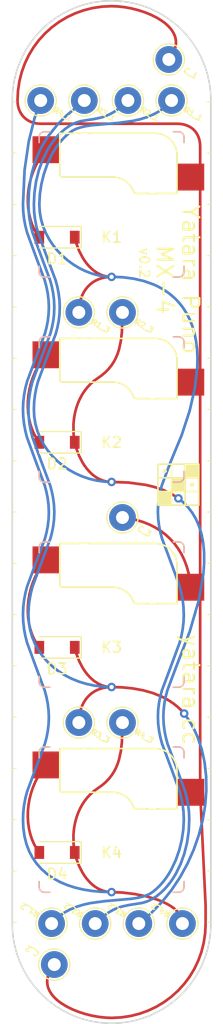
<source format=kicad_pcb>
(kicad_pcb (version 20171130) (host pcbnew 5.0.0+dfsg1-2)

  (general
    (thickness 1.6)
    (drawings 42)
    (tracks 806)
    (zones 0)
    (modules 41)
    (nets 10)
  )

  (page User 148.006 210.007)
  (title_block
    (title "Puno MX-4")
    (rev 0.2)
    (company Yatara)
  )

  (layers
    (0 F.Cu signal)
    (31 B.Cu signal)
    (32 B.Adhes user hide)
    (33 F.Adhes user hide)
    (34 B.Paste user hide)
    (35 F.Paste user hide)
    (36 B.SilkS user)
    (37 F.SilkS user)
    (38 B.Mask user)
    (39 F.Mask user)
    (40 Dwgs.User user hide)
    (41 Cmts.User user hide)
    (42 Eco1.User user hide)
    (43 Eco2.User user hide)
    (44 Edge.Cuts user)
    (45 Margin user hide)
    (46 B.CrtYd user hide)
    (47 F.CrtYd user hide)
    (48 B.Fab user hide)
    (49 F.Fab user hide)
  )

  (setup
    (last_trace_width 0.25)
    (trace_clearance 0.2)
    (zone_clearance 0.508)
    (zone_45_only no)
    (trace_min 0.2)
    (segment_width 0.2)
    (edge_width 0.15)
    (via_size 0.8)
    (via_drill 0.4)
    (via_min_size 0.4)
    (via_min_drill 0.3)
    (uvia_size 0.3)
    (uvia_drill 0.1)
    (uvias_allowed no)
    (uvia_min_size 0.2)
    (uvia_min_drill 0.1)
    (pcb_text_width 0.3)
    (pcb_text_size 1.5 1.5)
    (mod_edge_width 0.15)
    (mod_text_size 1 1)
    (mod_text_width 0.15)
    (pad_size 2.5 2.5)
    (pad_drill 1.2)
    (pad_to_mask_clearance 0.2)
    (aux_axis_origin 0 0)
    (grid_origin 74 24)
    (visible_elements FFFFFF7F)
    (pcbplotparams
      (layerselection 0x010fc_ffffffff)
      (usegerberextensions false)
      (usegerberattributes false)
      (usegerberadvancedattributes false)
      (creategerberjobfile false)
      (excludeedgelayer true)
      (linewidth 0.100000)
      (plotframeref false)
      (viasonmask false)
      (mode 1)
      (useauxorigin false)
      (hpglpennumber 1)
      (hpglpenspeed 20)
      (hpglpendiameter 15.000000)
      (psnegative false)
      (psa4output false)
      (plotreference true)
      (plotvalue true)
      (plotinvisibletext false)
      (padsonsilk false)
      (subtractmaskfromsilk false)
      (outputformat 1)
      (mirror false)
      (drillshape 0)
      (scaleselection 1)
      (outputdirectory "gerber/"))
  )

  (net 0 "")
  (net 1 "Net-(D1-Pad2)")
  (net 2 "Net-(D2-Pad2)")
  (net 3 "Net-(D3-Pad2)")
  (net 4 "Net-(D4-Pad2)")
  (net 5 "Net-(C_1-Pad1)")
  (net 6 "Net-(D1-Pad1)")
  (net 7 "Net-(D2-Pad1)")
  (net 8 "Net-(D4-Pad1)")
  (net 9 "Net-(D3-Pad1)")

  (net_class Default "This is the default net class."
    (clearance 0.2)
    (trace_width 0.25)
    (via_dia 0.8)
    (via_drill 0.4)
    (uvia_dia 0.3)
    (uvia_drill 0.1)
    (add_net "Net-(C_1-Pad1)")
    (add_net "Net-(D1-Pad1)")
    (add_net "Net-(D1-Pad2)")
    (add_net "Net-(D2-Pad1)")
    (add_net "Net-(D2-Pad2)")
    (add_net "Net-(D3-Pad1)")
    (add_net "Net-(D3-Pad2)")
    (add_net "Net-(D4-Pad1)")
    (add_net "Net-(D4-Pad2)")
  )

  (module Diode_SMD:D_SOD-123 (layer F.Cu) (tedit 58645DC7) (tstamp 5C4D093A)
    (at 68.92 46.098 180)
    (descr SOD-123)
    (tags SOD-123)
    (path /5C40BBEC)
    (attr smd)
    (fp_text reference D1 (at 0 -2 180) (layer F.SilkS)
      (effects (font (size 1 1) (thickness 0.15)))
    )
    (fp_text value D (at 0 2.1 180) (layer F.Fab)
      (effects (font (size 1 1) (thickness 0.15)))
    )
    (fp_line (start -2.25 -1) (end 1.65 -1) (layer F.SilkS) (width 0.12))
    (fp_line (start -2.25 1) (end 1.65 1) (layer F.SilkS) (width 0.12))
    (fp_line (start -2.35 -1.15) (end -2.35 1.15) (layer F.CrtYd) (width 0.05))
    (fp_line (start 2.35 1.15) (end -2.35 1.15) (layer F.CrtYd) (width 0.05))
    (fp_line (start 2.35 -1.15) (end 2.35 1.15) (layer F.CrtYd) (width 0.05))
    (fp_line (start -2.35 -1.15) (end 2.35 -1.15) (layer F.CrtYd) (width 0.05))
    (fp_line (start -1.4 -0.9) (end 1.4 -0.9) (layer F.Fab) (width 0.1))
    (fp_line (start 1.4 -0.9) (end 1.4 0.9) (layer F.Fab) (width 0.1))
    (fp_line (start 1.4 0.9) (end -1.4 0.9) (layer F.Fab) (width 0.1))
    (fp_line (start -1.4 0.9) (end -1.4 -0.9) (layer F.Fab) (width 0.1))
    (fp_line (start -0.75 0) (end -0.35 0) (layer F.Fab) (width 0.1))
    (fp_line (start -0.35 0) (end -0.35 -0.55) (layer F.Fab) (width 0.1))
    (fp_line (start -0.35 0) (end -0.35 0.55) (layer F.Fab) (width 0.1))
    (fp_line (start -0.35 0) (end 0.25 -0.4) (layer F.Fab) (width 0.1))
    (fp_line (start 0.25 -0.4) (end 0.25 0.4) (layer F.Fab) (width 0.1))
    (fp_line (start 0.25 0.4) (end -0.35 0) (layer F.Fab) (width 0.1))
    (fp_line (start 0.25 0) (end 0.75 0) (layer F.Fab) (width 0.1))
    (fp_line (start -2.25 -1) (end -2.25 1) (layer F.SilkS) (width 0.12))
    (fp_text user %R (at 0 -2 180) (layer F.Fab)
      (effects (font (size 1 1) (thickness 0.15)))
    )
    (pad 2 smd rect (at 1.65 0 180) (size 0.9 1.2) (layers F.Cu F.Paste F.Mask)
      (net 1 "Net-(D1-Pad2)"))
    (pad 1 smd rect (at -1.65 0 180) (size 0.9 1.2) (layers F.Cu F.Paste F.Mask)
      (net 6 "Net-(D1-Pad1)"))
    (model ${KISYS3DMOD}/Diode_SMD.3dshapes/D_SOD-123.wrl
      (at (xyz 0 0 0))
      (scale (xyz 1 1 1))
      (rotate (xyz 0 0 0))
    )
  )

  (module Diode_SMD:D_SOD-123 (layer F.Cu) (tedit 58645DC7) (tstamp 5C4D094D)
    (at 68.92 65.148 180)
    (descr SOD-123)
    (tags SOD-123)
    (path /5C40BCC9)
    (attr smd)
    (fp_text reference D2 (at 0 -2 180) (layer F.SilkS)
      (effects (font (size 1 1) (thickness 0.15)))
    )
    (fp_text value D (at 0 2.1 180) (layer F.Fab)
      (effects (font (size 1 1) (thickness 0.15)))
    )
    (fp_line (start -2.25 -1) (end 1.65 -1) (layer F.SilkS) (width 0.12))
    (fp_line (start -2.25 1) (end 1.65 1) (layer F.SilkS) (width 0.12))
    (fp_line (start -2.35 -1.15) (end -2.35 1.15) (layer F.CrtYd) (width 0.05))
    (fp_line (start 2.35 1.15) (end -2.35 1.15) (layer F.CrtYd) (width 0.05))
    (fp_line (start 2.35 -1.15) (end 2.35 1.15) (layer F.CrtYd) (width 0.05))
    (fp_line (start -2.35 -1.15) (end 2.35 -1.15) (layer F.CrtYd) (width 0.05))
    (fp_line (start -1.4 -0.9) (end 1.4 -0.9) (layer F.Fab) (width 0.1))
    (fp_line (start 1.4 -0.9) (end 1.4 0.9) (layer F.Fab) (width 0.1))
    (fp_line (start 1.4 0.9) (end -1.4 0.9) (layer F.Fab) (width 0.1))
    (fp_line (start -1.4 0.9) (end -1.4 -0.9) (layer F.Fab) (width 0.1))
    (fp_line (start -0.75 0) (end -0.35 0) (layer F.Fab) (width 0.1))
    (fp_line (start -0.35 0) (end -0.35 -0.55) (layer F.Fab) (width 0.1))
    (fp_line (start -0.35 0) (end -0.35 0.55) (layer F.Fab) (width 0.1))
    (fp_line (start -0.35 0) (end 0.25 -0.4) (layer F.Fab) (width 0.1))
    (fp_line (start 0.25 -0.4) (end 0.25 0.4) (layer F.Fab) (width 0.1))
    (fp_line (start 0.25 0.4) (end -0.35 0) (layer F.Fab) (width 0.1))
    (fp_line (start 0.25 0) (end 0.75 0) (layer F.Fab) (width 0.1))
    (fp_line (start -2.25 -1) (end -2.25 1) (layer F.SilkS) (width 0.12))
    (fp_text user %R (at 0 -2 180) (layer F.Fab)
      (effects (font (size 1 1) (thickness 0.15)))
    )
    (pad 2 smd rect (at 1.65 0 180) (size 0.9 1.2) (layers F.Cu F.Paste F.Mask)
      (net 2 "Net-(D2-Pad2)"))
    (pad 1 smd rect (at -1.65 0 180) (size 0.9 1.2) (layers F.Cu F.Paste F.Mask)
      (net 7 "Net-(D2-Pad1)"))
    (model ${KISYS3DMOD}/Diode_SMD.3dshapes/D_SOD-123.wrl
      (at (xyz 0 0 0))
      (scale (xyz 1 1 1))
      (rotate (xyz 0 0 0))
    )
  )

  (module Diode_SMD:D_SOD-123 (layer F.Cu) (tedit 58645DC7) (tstamp 5C4D0960)
    (at 68.92 84.198 180)
    (descr SOD-123)
    (tags SOD-123)
    (path /5C40BCF5)
    (attr smd)
    (fp_text reference D3 (at 0 -2 180) (layer F.SilkS)
      (effects (font (size 1 1) (thickness 0.15)))
    )
    (fp_text value D (at 0 2.1 180) (layer F.Fab)
      (effects (font (size 1 1) (thickness 0.15)))
    )
    (fp_line (start -2.25 -1) (end 1.65 -1) (layer F.SilkS) (width 0.12))
    (fp_line (start -2.25 1) (end 1.65 1) (layer F.SilkS) (width 0.12))
    (fp_line (start -2.35 -1.15) (end -2.35 1.15) (layer F.CrtYd) (width 0.05))
    (fp_line (start 2.35 1.15) (end -2.35 1.15) (layer F.CrtYd) (width 0.05))
    (fp_line (start 2.35 -1.15) (end 2.35 1.15) (layer F.CrtYd) (width 0.05))
    (fp_line (start -2.35 -1.15) (end 2.35 -1.15) (layer F.CrtYd) (width 0.05))
    (fp_line (start -1.4 -0.9) (end 1.4 -0.9) (layer F.Fab) (width 0.1))
    (fp_line (start 1.4 -0.9) (end 1.4 0.9) (layer F.Fab) (width 0.1))
    (fp_line (start 1.4 0.9) (end -1.4 0.9) (layer F.Fab) (width 0.1))
    (fp_line (start -1.4 0.9) (end -1.4 -0.9) (layer F.Fab) (width 0.1))
    (fp_line (start -0.75 0) (end -0.35 0) (layer F.Fab) (width 0.1))
    (fp_line (start -0.35 0) (end -0.35 -0.55) (layer F.Fab) (width 0.1))
    (fp_line (start -0.35 0) (end -0.35 0.55) (layer F.Fab) (width 0.1))
    (fp_line (start -0.35 0) (end 0.25 -0.4) (layer F.Fab) (width 0.1))
    (fp_line (start 0.25 -0.4) (end 0.25 0.4) (layer F.Fab) (width 0.1))
    (fp_line (start 0.25 0.4) (end -0.35 0) (layer F.Fab) (width 0.1))
    (fp_line (start 0.25 0) (end 0.75 0) (layer F.Fab) (width 0.1))
    (fp_line (start -2.25 -1) (end -2.25 1) (layer F.SilkS) (width 0.12))
    (fp_text user %R (at 0 -2 180) (layer F.Fab)
      (effects (font (size 1 1) (thickness 0.15)))
    )
    (pad 2 smd rect (at 1.65 0 180) (size 0.9 1.2) (layers F.Cu F.Paste F.Mask)
      (net 3 "Net-(D3-Pad2)"))
    (pad 1 smd rect (at -1.65 0 180) (size 0.9 1.2) (layers F.Cu F.Paste F.Mask)
      (net 9 "Net-(D3-Pad1)"))
    (model ${KISYS3DMOD}/Diode_SMD.3dshapes/D_SOD-123.wrl
      (at (xyz 0 0 0))
      (scale (xyz 1 1 1))
      (rotate (xyz 0 0 0))
    )
  )

  (module Diode_SMD:D_SOD-123 (layer F.Cu) (tedit 58645DC7) (tstamp 5C4D0973)
    (at 68.92 103.248 180)
    (descr SOD-123)
    (tags SOD-123)
    (path /5C40BD21)
    (attr smd)
    (fp_text reference D4 (at 0 -2 180) (layer F.SilkS)
      (effects (font (size 1 1) (thickness 0.15)))
    )
    (fp_text value D (at 0 2.1 180) (layer F.Fab)
      (effects (font (size 1 1) (thickness 0.15)))
    )
    (fp_line (start -2.25 -1) (end 1.65 -1) (layer F.SilkS) (width 0.12))
    (fp_line (start -2.25 1) (end 1.65 1) (layer F.SilkS) (width 0.12))
    (fp_line (start -2.35 -1.15) (end -2.35 1.15) (layer F.CrtYd) (width 0.05))
    (fp_line (start 2.35 1.15) (end -2.35 1.15) (layer F.CrtYd) (width 0.05))
    (fp_line (start 2.35 -1.15) (end 2.35 1.15) (layer F.CrtYd) (width 0.05))
    (fp_line (start -2.35 -1.15) (end 2.35 -1.15) (layer F.CrtYd) (width 0.05))
    (fp_line (start -1.4 -0.9) (end 1.4 -0.9) (layer F.Fab) (width 0.1))
    (fp_line (start 1.4 -0.9) (end 1.4 0.9) (layer F.Fab) (width 0.1))
    (fp_line (start 1.4 0.9) (end -1.4 0.9) (layer F.Fab) (width 0.1))
    (fp_line (start -1.4 0.9) (end -1.4 -0.9) (layer F.Fab) (width 0.1))
    (fp_line (start -0.75 0) (end -0.35 0) (layer F.Fab) (width 0.1))
    (fp_line (start -0.35 0) (end -0.35 -0.55) (layer F.Fab) (width 0.1))
    (fp_line (start -0.35 0) (end -0.35 0.55) (layer F.Fab) (width 0.1))
    (fp_line (start -0.35 0) (end 0.25 -0.4) (layer F.Fab) (width 0.1))
    (fp_line (start 0.25 -0.4) (end 0.25 0.4) (layer F.Fab) (width 0.1))
    (fp_line (start 0.25 0.4) (end -0.35 0) (layer F.Fab) (width 0.1))
    (fp_line (start 0.25 0) (end 0.75 0) (layer F.Fab) (width 0.1))
    (fp_line (start -2.25 -1) (end -2.25 1) (layer F.SilkS) (width 0.12))
    (fp_text user %R (at 0 -2 180) (layer F.Fab)
      (effects (font (size 1 1) (thickness 0.15)))
    )
    (pad 2 smd rect (at 1.65 0 180) (size 0.9 1.2) (layers F.Cu F.Paste F.Mask)
      (net 4 "Net-(D4-Pad2)"))
    (pad 1 smd rect (at -1.65 0 180) (size 0.9 1.2) (layers F.Cu F.Paste F.Mask)
      (net 8 "Net-(D4-Pad1)"))
    (model ${KISYS3DMOD}/Diode_SMD.3dshapes/D_SOD-123.wrl
      (at (xyz 0 0 0))
      (scale (xyz 1 1 1))
      (rotate (xyz 0 0 0))
    )
  )

  (module TestPoint:TestPoint_THTPad_D2.5mm_Drill1.2mm (layer F.Cu) (tedit 5A0F774F) (tstamp 5C58B4B8)
    (at 71.46 33.398)
    (descr "THT pad as test Point, diameter 2.5mm, hole diameter 1.2mm ")
    (tags "test point THT pad")
    (path /5C40CB53)
    (attr virtual)
    (fp_text reference R3_1 (at 2.032 1.27 -30) (layer F.SilkS)
      (effects (font (size 0.5 0.5) (thickness 0.125)))
    )
    (fp_text value TestPoint (at 0 2.25) (layer F.Fab)
      (effects (font (size 1 1) (thickness 0.15)))
    )
    (fp_circle (center 0 0) (end 0 1.45) (layer F.SilkS) (width 0.12))
    (fp_circle (center 0 0) (end 1.75 0) (layer F.CrtYd) (width 0.05))
    (fp_text user %R (at 0 -2.15) (layer F.Fab)
      (effects (font (size 1 1) (thickness 0.15)))
    )
    (pad 1 thru_hole circle (at 0 0) (size 2.5 2.5) (drill 1.2) (layers *.Cu *.Mask)
      (net 9 "Net-(D3-Pad1)"))
  )

  (module TestPoint:TestPoint_THTPad_D2.5mm_Drill1.2mm (layer F.Cu) (tedit 5C55CD80) (tstamp 5C58B473)
    (at 67.396 33.398)
    (descr "THT pad as test Point, diameter 2.5mm, hole diameter 1.2mm ")
    (tags "test point THT pad")
    (path /5C40C833)
    (attr virtual)
    (fp_text reference R4_1 (at 2.032 1.27 -30) (layer F.SilkS)
      (effects (font (size 0.5 0.5) (thickness 0.125)))
    )
    (fp_text value TestPoint (at 0 2.25) (layer F.Fab)
      (effects (font (size 1 1) (thickness 0.15)))
    )
    (fp_circle (center 0 0) (end 0 1.45) (layer F.SilkS) (width 0.12))
    (fp_circle (center 0 0) (end 1.75 0) (layer F.CrtYd) (width 0.05))
    (fp_text user %R (at 0 -2.15) (layer F.Fab)
      (effects (font (size 1 1) (thickness 0.15)))
    )
    (pad 1 thru_hole circle (at 0 0) (size 2.5 2.5) (drill 1.2) (layers *.Cu *.Mask)
      (net 8 "Net-(D4-Pad1)"))
  )

  (module TestPoint:TestPoint_THTPad_D2.5mm_Drill1.2mm (layer F.Cu) (tedit 5A0F774F) (tstamp 5C58B45E)
    (at 79.588 33.398)
    (descr "THT pad as test Point, diameter 2.5mm, hole diameter 1.2mm ")
    (tags "test point THT pad")
    (path /5C40CBCD)
    (attr virtual)
    (fp_text reference R1_1 (at 2.032 1.27 -30) (layer F.SilkS)
      (effects (font (size 0.5 0.5) (thickness 0.125)))
    )
    (fp_text value TestPoint (at 0 2.25) (layer F.Fab)
      (effects (font (size 1 1) (thickness 0.15)))
    )
    (fp_text user %R (at 0 -2.15) (layer F.Fab)
      (effects (font (size 1 1) (thickness 0.15)))
    )
    (fp_circle (center 0 0) (end 1.75 0) (layer F.CrtYd) (width 0.05))
    (fp_circle (center 0 0) (end 0 1.45) (layer F.SilkS) (width 0.12))
    (pad 1 thru_hole circle (at 0 0) (size 2.5 2.5) (drill 1.2) (layers *.Cu *.Mask)
      (net 6 "Net-(D1-Pad1)"))
  )

  (module TestPoint:TestPoint_THTPad_D2.5mm_Drill1.2mm (layer F.Cu) (tedit 5A0F774F) (tstamp 5C58B4A0)
    (at 75.524 33.398)
    (descr "THT pad as test Point, diameter 2.5mm, hole diameter 1.2mm ")
    (tags "test point THT pad")
    (path /5C40CB8B)
    (attr virtual)
    (fp_text reference R2_1 (at 2.032 1.27 -30) (layer F.SilkS)
      (effects (font (size 0.5 0.5) (thickness 0.125)))
    )
    (fp_text value TestPoint (at 0 2.25) (layer F.Fab)
      (effects (font (size 1 1) (thickness 0.15)))
    )
    (fp_text user %R (at 0 -2.15) (layer F.Fab)
      (effects (font (size 1 1) (thickness 0.15)))
    )
    (fp_circle (center 0 0) (end 1.75 0) (layer F.CrtYd) (width 0.05))
    (fp_circle (center 0 0) (end 0 1.45) (layer F.SilkS) (width 0.12))
    (pad 1 thru_hole circle (at 0 0) (size 2.5 2.5) (drill 1.2) (layers *.Cu *.Mask)
      (net 7 "Net-(D2-Pad1)"))
  )

  (module TestPoint:TestPoint_THTPad_D2.5mm_Drill1.2mm (layer F.Cu) (tedit 5A0F774F) (tstamp 5C5B69F8)
    (at 75.016 91.183)
    (descr "THT pad as test Point, diameter 2.5mm, hole diameter 1.2mm ")
    (tags "test point THT pad")
    (path /5C572EB9)
    (attr virtual)
    (fp_text reference R4_3 (at 2.032 1.27 -30) (layer F.SilkS)
      (effects (font (size 0.5 0.5) (thickness 0.125)))
    )
    (fp_text value TestPoint (at 0 2.25) (layer F.Fab)
      (effects (font (size 1 1) (thickness 0.15)))
    )
    (fp_text user %R (at 0 -2.15) (layer F.Fab)
      (effects (font (size 1 1) (thickness 0.15)))
    )
    (fp_circle (center 0 0) (end 1.75 0) (layer F.CrtYd) (width 0.05))
    (fp_circle (center 0 0) (end 0 1.45) (layer F.SilkS) (width 0.12))
    (pad 1 thru_hole circle (at 0 0) (size 2.5 2.5) (drill 1.2) (layers *.Cu *.Mask)
      (net 8 "Net-(D4-Pad1)"))
  )

  (module Yatara:Kailh_PCB_Socket_1511_MX (layer F.Cu) (tedit 5C4CE0C5) (tstamp 5C589B61)
    (at 74 43.05)
    (path /5C40B6B6)
    (fp_text reference K1 (at 0 3.05) (layer F.SilkS)
      (effects (font (size 1 1) (thickness 0.15)))
    )
    (fp_text value KEYSW (at 0 -0.5) (layer F.Fab)
      (effects (font (size 1 1) (thickness 0.15)))
    )
    (fp_line (start -6.25 -6.75) (end -5.75 -6.75) (layer B.SilkS) (width 0.15))
    (fp_line (start -6.75 -6.25) (end -6.75 -5.75) (layer B.SilkS) (width 0.15))
    (fp_line (start -6.75 6.25) (end -6.75 5.75) (layer B.SilkS) (width 0.15))
    (fp_line (start -6.25 6.75) (end -5.75 6.75) (layer B.SilkS) (width 0.15))
    (fp_line (start 6.25 6.75) (end 5.75 6.75) (layer B.SilkS) (width 0.15))
    (fp_line (start 6.75 6.25) (end 6.75 5.75) (layer B.SilkS) (width 0.15))
    (fp_line (start 6.75 -6.25) (end 6.75 -5.75) (layer B.SilkS) (width 0.15))
    (fp_line (start 6.25 -6.75) (end 5.75 -6.75) (layer B.SilkS) (width 0.15))
    (fp_arc (start -6.25 -6.25) (end -6.25 -6.75) (angle -90) (layer B.SilkS) (width 0.15))
    (fp_arc (start -6.25 6.25) (end -6.75 6.25) (angle -90) (layer B.SilkS) (width 0.15))
    (fp_arc (start 6.25 6.25) (end 6.25 6.75) (angle -90) (layer B.SilkS) (width 0.15))
    (fp_arc (start 6.25 -6.25) (end 6.75 -6.25) (angle -90) (layer B.SilkS) (width 0.15))
    (fp_line (start -7 7) (end 7 7) (layer B.CrtYd) (width 0.05))
    (fp_line (start -7 -7) (end -7 7) (layer B.CrtYd) (width 0.05))
    (fp_line (start 7 -7) (end -7 -7) (layer B.CrtYd) (width 0.05))
    (fp_line (start 7 7) (end 7 -7) (layer B.CrtYd) (width 0.05))
    (fp_line (start -7.62 -0.76) (end 8.89 -0.76) (layer F.CrtYd) (width 0.05))
    (fp_line (start -7.62 -6.86) (end -7.62 -0.76) (layer F.CrtYd) (width 0.05))
    (fp_line (start 8.89 -6.86) (end -7.62 -6.86) (layer F.CrtYd) (width 0.05))
    (fp_line (start 8.89 -0.76) (end 8.89 -6.86) (layer F.CrtYd) (width 0.05))
    (fp_arc (start 2.286 -1.27) (end 2.286 -1.016) (angle 69) (layer F.SilkS) (width 0.15))
    (fp_arc (start 0.127 -0.508) (end 0.127 -2.54) (angle 69) (layer F.SilkS) (width 0.15))
    (fp_arc (start -4.572 -2.794) (end -4.826 -2.794) (angle -90) (layer F.SilkS) (width 0.15))
    (fp_line (start 0.127 -2.54) (end -4.572 -2.54) (layer F.SilkS) (width 0.15))
    (fp_line (start 6.096 -1.016) (end 2.286 -1.016) (layer F.SilkS) (width 0.15))
    (fp_arc (start 4.064 -4.572) (end 6.096 -4.572) (angle -90) (layer F.SilkS) (width 0.15))
    (fp_line (start 6.096 -1.016) (end 6.096 -4.572) (layer F.SilkS) (width 0.15))
    (fp_line (start -4.826 -6.604) (end -4.826 -2.794) (layer F.SilkS) (width 0.15))
    (fp_line (start 4.064 -6.604) (end -4.826 -6.604) (layer F.SilkS) (width 0.15))
    (pad 1 smd rect (at 7.36 -2.54) (size 2.55 2.5) (layers F.Cu F.Paste F.Mask)
      (net 5 "Net-(C_1-Pad1)"))
    (pad 2 smd rect (at -6.09 -5.08) (size 2.55 2.5) (layers F.Cu F.Paste F.Mask)
      (net 1 "Net-(D1-Pad2)"))
    (pad "" np_thru_hole circle (at 3.81 -2.54) (size 3 3) (drill 3) (layers *.Cu *.Mask))
    (pad "" np_thru_hole circle (at -2.54 -5.08) (size 3 3) (drill 3) (layers *.Cu *.Mask))
    (pad "" np_thru_hole circle (at -5.08 0) (size 1.7 1.7) (drill 1.7) (layers *.Cu *.Mask))
    (pad "" np_thru_hole circle (at 5.08 0) (size 1.7 1.7) (drill 1.7) (layers *.Cu *.Mask))
    (pad "" np_thru_hole circle (at 0 0) (size 4 4) (drill 4) (layers *.Cu *.Mask))
  )

  (module Yatara:Kailh_PCB_Socket_1511_MX (layer F.Cu) (tedit 5C4CE0C5) (tstamp 5C633227)
    (at 74 100.2)
    (path /5C40B86F)
    (fp_text reference K4 (at 0 3.05) (layer F.SilkS)
      (effects (font (size 1 1) (thickness 0.15)))
    )
    (fp_text value KEYSW (at 0 -0.5) (layer F.Fab)
      (effects (font (size 1 1) (thickness 0.15)))
    )
    (fp_line (start 4.064 -6.604) (end -4.826 -6.604) (layer F.SilkS) (width 0.15))
    (fp_line (start -4.826 -6.604) (end -4.826 -2.794) (layer F.SilkS) (width 0.15))
    (fp_line (start 6.096 -1.016) (end 6.096 -4.572) (layer F.SilkS) (width 0.15))
    (fp_arc (start 4.064 -4.572) (end 6.096 -4.572) (angle -90) (layer F.SilkS) (width 0.15))
    (fp_line (start 6.096 -1.016) (end 2.286 -1.016) (layer F.SilkS) (width 0.15))
    (fp_line (start 0.127 -2.54) (end -4.572 -2.54) (layer F.SilkS) (width 0.15))
    (fp_arc (start -4.572 -2.794) (end -4.826 -2.794) (angle -90) (layer F.SilkS) (width 0.15))
    (fp_arc (start 0.127 -0.508) (end 0.127 -2.54) (angle 69) (layer F.SilkS) (width 0.15))
    (fp_arc (start 2.286 -1.27) (end 2.286 -1.016) (angle 69) (layer F.SilkS) (width 0.15))
    (fp_line (start 8.89 -0.76) (end 8.89 -6.86) (layer F.CrtYd) (width 0.05))
    (fp_line (start 8.89 -6.86) (end -7.62 -6.86) (layer F.CrtYd) (width 0.05))
    (fp_line (start -7.62 -6.86) (end -7.62 -0.76) (layer F.CrtYd) (width 0.05))
    (fp_line (start -7.62 -0.76) (end 8.89 -0.76) (layer F.CrtYd) (width 0.05))
    (fp_line (start 7 7) (end 7 -7) (layer B.CrtYd) (width 0.05))
    (fp_line (start 7 -7) (end -7 -7) (layer B.CrtYd) (width 0.05))
    (fp_line (start -7 -7) (end -7 7) (layer B.CrtYd) (width 0.05))
    (fp_line (start -7 7) (end 7 7) (layer B.CrtYd) (width 0.05))
    (fp_arc (start 6.25 -6.25) (end 6.75 -6.25) (angle -90) (layer B.SilkS) (width 0.15))
    (fp_arc (start 6.25 6.25) (end 6.25 6.75) (angle -90) (layer B.SilkS) (width 0.15))
    (fp_arc (start -6.25 6.25) (end -6.75 6.25) (angle -90) (layer B.SilkS) (width 0.15))
    (fp_arc (start -6.25 -6.25) (end -6.25 -6.75) (angle -90) (layer B.SilkS) (width 0.15))
    (fp_line (start 6.25 -6.75) (end 5.75 -6.75) (layer B.SilkS) (width 0.15))
    (fp_line (start 6.75 -6.25) (end 6.75 -5.75) (layer B.SilkS) (width 0.15))
    (fp_line (start 6.75 6.25) (end 6.75 5.75) (layer B.SilkS) (width 0.15))
    (fp_line (start 6.25 6.75) (end 5.75 6.75) (layer B.SilkS) (width 0.15))
    (fp_line (start -6.25 6.75) (end -5.75 6.75) (layer B.SilkS) (width 0.15))
    (fp_line (start -6.75 6.25) (end -6.75 5.75) (layer B.SilkS) (width 0.15))
    (fp_line (start -6.75 -6.25) (end -6.75 -5.75) (layer B.SilkS) (width 0.15))
    (fp_line (start -6.25 -6.75) (end -5.75 -6.75) (layer B.SilkS) (width 0.15))
    (pad "" np_thru_hole circle (at 0 0) (size 4 4) (drill 4) (layers *.Cu *.Mask))
    (pad "" np_thru_hole circle (at 5.08 0) (size 1.7 1.7) (drill 1.7) (layers *.Cu *.Mask))
    (pad "" np_thru_hole circle (at -5.08 0) (size 1.7 1.7) (drill 1.7) (layers *.Cu *.Mask))
    (pad "" np_thru_hole circle (at -2.54 -5.08) (size 3 3) (drill 3) (layers *.Cu *.Mask))
    (pad "" np_thru_hole circle (at 3.81 -2.54) (size 3 3) (drill 3) (layers *.Cu *.Mask))
    (pad 2 smd rect (at -6.09 -5.08) (size 2.55 2.5) (layers F.Cu F.Paste F.Mask)
      (net 4 "Net-(D4-Pad2)"))
    (pad 1 smd rect (at 7.36 -2.54) (size 2.55 2.5) (layers F.Cu F.Paste F.Mask)
      (net 5 "Net-(C_1-Pad1)"))
  )

  (module Yatara:Kailh_PCB_Socket_1511_MX (layer F.Cu) (tedit 5C4CE0C5) (tstamp 5C633200)
    (at 74 81.15)
    (path /5C40B83B)
    (fp_text reference K3 (at 0 3.05) (layer F.SilkS)
      (effects (font (size 1 1) (thickness 0.15)))
    )
    (fp_text value KEYSW (at 0 -0.5) (layer F.Fab)
      (effects (font (size 1 1) (thickness 0.15)))
    )
    (fp_line (start -6.25 -6.75) (end -5.75 -6.75) (layer B.SilkS) (width 0.15))
    (fp_line (start -6.75 -6.25) (end -6.75 -5.75) (layer B.SilkS) (width 0.15))
    (fp_line (start -6.75 6.25) (end -6.75 5.75) (layer B.SilkS) (width 0.15))
    (fp_line (start -6.25 6.75) (end -5.75 6.75) (layer B.SilkS) (width 0.15))
    (fp_line (start 6.25 6.75) (end 5.75 6.75) (layer B.SilkS) (width 0.15))
    (fp_line (start 6.75 6.25) (end 6.75 5.75) (layer B.SilkS) (width 0.15))
    (fp_line (start 6.75 -6.25) (end 6.75 -5.75) (layer B.SilkS) (width 0.15))
    (fp_line (start 6.25 -6.75) (end 5.75 -6.75) (layer B.SilkS) (width 0.15))
    (fp_arc (start -6.25 -6.25) (end -6.25 -6.75) (angle -90) (layer B.SilkS) (width 0.15))
    (fp_arc (start -6.25 6.25) (end -6.75 6.25) (angle -90) (layer B.SilkS) (width 0.15))
    (fp_arc (start 6.25 6.25) (end 6.25 6.75) (angle -90) (layer B.SilkS) (width 0.15))
    (fp_arc (start 6.25 -6.25) (end 6.75 -6.25) (angle -90) (layer B.SilkS) (width 0.15))
    (fp_line (start -7 7) (end 7 7) (layer B.CrtYd) (width 0.05))
    (fp_line (start -7 -7) (end -7 7) (layer B.CrtYd) (width 0.05))
    (fp_line (start 7 -7) (end -7 -7) (layer B.CrtYd) (width 0.05))
    (fp_line (start 7 7) (end 7 -7) (layer B.CrtYd) (width 0.05))
    (fp_line (start -7.62 -0.76) (end 8.89 -0.76) (layer F.CrtYd) (width 0.05))
    (fp_line (start -7.62 -6.86) (end -7.62 -0.76) (layer F.CrtYd) (width 0.05))
    (fp_line (start 8.89 -6.86) (end -7.62 -6.86) (layer F.CrtYd) (width 0.05))
    (fp_line (start 8.89 -0.76) (end 8.89 -6.86) (layer F.CrtYd) (width 0.05))
    (fp_arc (start 2.286 -1.27) (end 2.286 -1.016) (angle 69) (layer F.SilkS) (width 0.15))
    (fp_arc (start 0.127 -0.508) (end 0.127 -2.54) (angle 69) (layer F.SilkS) (width 0.15))
    (fp_arc (start -4.572 -2.794) (end -4.826 -2.794) (angle -90) (layer F.SilkS) (width 0.15))
    (fp_line (start 0.127 -2.54) (end -4.572 -2.54) (layer F.SilkS) (width 0.15))
    (fp_line (start 6.096 -1.016) (end 2.286 -1.016) (layer F.SilkS) (width 0.15))
    (fp_arc (start 4.064 -4.572) (end 6.096 -4.572) (angle -90) (layer F.SilkS) (width 0.15))
    (fp_line (start 6.096 -1.016) (end 6.096 -4.572) (layer F.SilkS) (width 0.15))
    (fp_line (start -4.826 -6.604) (end -4.826 -2.794) (layer F.SilkS) (width 0.15))
    (fp_line (start 4.064 -6.604) (end -4.826 -6.604) (layer F.SilkS) (width 0.15))
    (pad 1 smd rect (at 7.36 -2.54) (size 2.55 2.5) (layers F.Cu F.Paste F.Mask)
      (net 5 "Net-(C_1-Pad1)"))
    (pad 2 smd rect (at -6.09 -5.08) (size 2.55 2.5) (layers F.Cu F.Paste F.Mask)
      (net 3 "Net-(D3-Pad2)"))
    (pad "" np_thru_hole circle (at 3.81 -2.54) (size 3 3) (drill 3) (layers *.Cu *.Mask))
    (pad "" np_thru_hole circle (at -2.54 -5.08) (size 3 3) (drill 3) (layers *.Cu *.Mask))
    (pad "" np_thru_hole circle (at -5.08 0) (size 1.7 1.7) (drill 1.7) (layers *.Cu *.Mask))
    (pad "" np_thru_hole circle (at 5.08 0) (size 1.7 1.7) (drill 1.7) (layers *.Cu *.Mask))
    (pad "" np_thru_hole circle (at 0 0) (size 4 4) (drill 4) (layers *.Cu *.Mask))
  )

  (module Yatara:Kailh_PCB_Socket_1511_MX (layer F.Cu) (tedit 5C4CE0C5) (tstamp 5C6331D9)
    (at 74 62.1)
    (path /5C40B749)
    (fp_text reference K2 (at 0 3.05) (layer F.SilkS)
      (effects (font (size 1 1) (thickness 0.15)))
    )
    (fp_text value KEYSW (at 0 -0.5) (layer F.Fab)
      (effects (font (size 1 1) (thickness 0.15)))
    )
    (fp_line (start 4.064 -6.604) (end -4.826 -6.604) (layer F.SilkS) (width 0.15))
    (fp_line (start -4.826 -6.604) (end -4.826 -2.794) (layer F.SilkS) (width 0.15))
    (fp_line (start 6.096 -1.016) (end 6.096 -4.572) (layer F.SilkS) (width 0.15))
    (fp_arc (start 4.064 -4.572) (end 6.096 -4.572) (angle -90) (layer F.SilkS) (width 0.15))
    (fp_line (start 6.096 -1.016) (end 2.286 -1.016) (layer F.SilkS) (width 0.15))
    (fp_line (start 0.127 -2.54) (end -4.572 -2.54) (layer F.SilkS) (width 0.15))
    (fp_arc (start -4.572 -2.794) (end -4.826 -2.794) (angle -90) (layer F.SilkS) (width 0.15))
    (fp_arc (start 0.127 -0.508) (end 0.127 -2.54) (angle 69) (layer F.SilkS) (width 0.15))
    (fp_arc (start 2.286 -1.27) (end 2.286 -1.016) (angle 69) (layer F.SilkS) (width 0.15))
    (fp_line (start 8.89 -0.76) (end 8.89 -6.86) (layer F.CrtYd) (width 0.05))
    (fp_line (start 8.89 -6.86) (end -7.62 -6.86) (layer F.CrtYd) (width 0.05))
    (fp_line (start -7.62 -6.86) (end -7.62 -0.76) (layer F.CrtYd) (width 0.05))
    (fp_line (start -7.62 -0.76) (end 8.89 -0.76) (layer F.CrtYd) (width 0.05))
    (fp_line (start 7 7) (end 7 -7) (layer B.CrtYd) (width 0.05))
    (fp_line (start 7 -7) (end -7 -7) (layer B.CrtYd) (width 0.05))
    (fp_line (start -7 -7) (end -7 7) (layer B.CrtYd) (width 0.05))
    (fp_line (start -7 7) (end 7 7) (layer B.CrtYd) (width 0.05))
    (fp_arc (start 6.25 -6.25) (end 6.75 -6.25) (angle -90) (layer B.SilkS) (width 0.15))
    (fp_arc (start 6.25 6.25) (end 6.25 6.75) (angle -90) (layer B.SilkS) (width 0.15))
    (fp_arc (start -6.25 6.25) (end -6.75 6.25) (angle -90) (layer B.SilkS) (width 0.15))
    (fp_arc (start -6.25 -6.25) (end -6.25 -6.75) (angle -90) (layer B.SilkS) (width 0.15))
    (fp_line (start 6.25 -6.75) (end 5.75 -6.75) (layer B.SilkS) (width 0.15))
    (fp_line (start 6.75 -6.25) (end 6.75 -5.75) (layer B.SilkS) (width 0.15))
    (fp_line (start 6.75 6.25) (end 6.75 5.75) (layer B.SilkS) (width 0.15))
    (fp_line (start 6.25 6.75) (end 5.75 6.75) (layer B.SilkS) (width 0.15))
    (fp_line (start -6.25 6.75) (end -5.75 6.75) (layer B.SilkS) (width 0.15))
    (fp_line (start -6.75 6.25) (end -6.75 5.75) (layer B.SilkS) (width 0.15))
    (fp_line (start -6.75 -6.25) (end -6.75 -5.75) (layer B.SilkS) (width 0.15))
    (fp_line (start -6.25 -6.75) (end -5.75 -6.75) (layer B.SilkS) (width 0.15))
    (pad "" np_thru_hole circle (at 0 0) (size 4 4) (drill 4) (layers *.Cu *.Mask))
    (pad "" np_thru_hole circle (at 5.08 0) (size 1.7 1.7) (drill 1.7) (layers *.Cu *.Mask))
    (pad "" np_thru_hole circle (at -5.08 0) (size 1.7 1.7) (drill 1.7) (layers *.Cu *.Mask))
    (pad "" np_thru_hole circle (at -2.54 -5.08) (size 3 3) (drill 3) (layers *.Cu *.Mask))
    (pad "" np_thru_hole circle (at 3.81 -2.54) (size 3 3) (drill 3) (layers *.Cu *.Mask))
    (pad 2 smd rect (at -6.09 -5.08) (size 2.55 2.5) (layers F.Cu F.Paste F.Mask)
      (net 2 "Net-(D2-Pad2)"))
    (pad 1 smd rect (at 7.36 -2.54) (size 2.55 2.5) (layers F.Cu F.Paste F.Mask)
      (net 5 "Net-(C_1-Pad1)"))
  )

  (module TestPoint:TestPoint_THTPad_D2.5mm_Drill1.2mm (layer F.Cu) (tedit 5A0F774F) (tstamp 5C55CCB8)
    (at 80.602 109.852)
    (descr "THT pad as test Point, diameter 2.5mm, hole diameter 1.2mm ")
    (tags "test point THT pad")
    (path /5C522689)
    (attr virtual)
    (fp_text reference R4_2 (at -2.032 -1.27 150 unlocked) (layer F.SilkS)
      (effects (font (size 0.5 0.5) (thickness 0.125)))
    )
    (fp_text value TestPoint (at 0 2.25) (layer F.Fab)
      (effects (font (size 1 1) (thickness 0.15)))
    )
    (fp_circle (center 0 0) (end 0 1.45) (layer F.SilkS) (width 0.12))
    (fp_circle (center 0 0) (end 1.75 0) (layer F.CrtYd) (width 0.05))
    (fp_text user %R (at 0 -2.15) (layer F.Fab)
      (effects (font (size 1 1) (thickness 0.15)))
    )
    (pad 1 thru_hole circle (at 0 0) (size 2.5 2.5) (drill 1.2) (layers *.Cu *.Mask)
      (net 8 "Net-(D4-Pad1)"))
  )

  (module TestPoint:TestPoint_THTPad_D2.5mm_Drill1.2mm (layer F.Cu) (tedit 5A0F774F) (tstamp 5C55CCA0)
    (at 76.538 109.852)
    (descr "THT pad as test Point, diameter 2.5mm, hole diameter 1.2mm ")
    (tags "test point THT pad")
    (path /5C5224AB)
    (attr virtual)
    (fp_text reference R3_2 (at -2.032 -1.27 150 unlocked) (layer F.SilkS)
      (effects (font (size 0.5 0.5) (thickness 0.125)))
    )
    (fp_text value TestPoint (at 0 2.25) (layer F.Fab)
      (effects (font (size 1 1) (thickness 0.15)))
    )
    (fp_text user %R (at 0 -2.15) (layer F.Fab)
      (effects (font (size 1 1) (thickness 0.15)))
    )
    (fp_circle (center 0 0) (end 1.75 0) (layer F.CrtYd) (width 0.05))
    (fp_circle (center 0 0) (end 0 1.45) (layer F.SilkS) (width 0.12))
    (pad 1 thru_hole circle (at 0 0) (size 2.5 2.5) (drill 1.2) (layers *.Cu *.Mask)
      (net 9 "Net-(D3-Pad1)"))
  )

  (module TestPoint:TestPoint_THTPad_D2.5mm_Drill1.2mm (layer F.Cu) (tedit 5A0F774F) (tstamp 5C55CC90)
    (at 72.476 109.852)
    (descr "THT pad as test Point, diameter 2.5mm, hole diameter 1.2mm ")
    (tags "test point THT pad")
    (path /5C5222B9)
    (attr virtual)
    (fp_text reference R2_2 (at -2.032 -1.27 150 unlocked) (layer F.SilkS)
      (effects (font (size 0.5 0.5) (thickness 0.125)))
    )
    (fp_text value TestPoint (at 0 2.25) (layer F.Fab)
      (effects (font (size 1 1) (thickness 0.15)))
    )
    (fp_text user %R (at 0 -2.15) (layer F.Fab)
      (effects (font (size 1 1) (thickness 0.15)))
    )
    (fp_circle (center 0 0) (end 1.75 0) (layer F.CrtYd) (width 0.05))
    (fp_circle (center 0 0) (end 0 1.45) (layer F.SilkS) (width 0.12))
    (pad 1 thru_hole circle (at 0 0) (size 2.5 2.5) (drill 1.2) (layers *.Cu *.Mask)
      (net 7 "Net-(D2-Pad1)"))
  )

  (module TestPoint:TestPoint_THTPad_D2.5mm_Drill1.2mm (layer F.Cu) (tedit 5C55CF23) (tstamp 5C55D107)
    (at 68.41 109.852)
    (descr "THT pad as test Point, diameter 2.5mm, hole diameter 1.2mm ")
    (tags "test point THT pad")
    (path /5C5220BF)
    (attr virtual)
    (fp_text reference R1_2 (at -2.032 -1.27 150 unlocked) (layer F.SilkS)
      (effects (font (size 0.5 0.5) (thickness 0.125)))
    )
    (fp_text value TestPoint (at 0 2.25) (layer F.Fab)
      (effects (font (size 1 1) (thickness 0.15)))
    )
    (fp_circle (center 0 0) (end 0 1.45) (layer F.SilkS) (width 0.12))
    (fp_circle (center 0 0) (end 1.75 0) (layer F.CrtYd) (width 0.05))
    (fp_text user %R (at 0 -2.15) (layer F.Fab)
      (effects (font (size 1 1) (thickness 0.15)))
    )
    (pad 1 thru_hole circle (at 0 0) (size 2.5 2.5) (drill 1.2) (layers *.Cu *.Mask)
      (net 6 "Net-(D1-Pad1)"))
  )

  (module TestPoint:TestPoint_THTPad_D2.5mm_Drill1.2mm (layer F.Cu) (tedit 5A0F774F) (tstamp 5C55CC70)
    (at 79.334 29.588)
    (descr "THT pad as test Point, diameter 2.5mm, hole diameter 1.2mm ")
    (tags "test point THT pad")
    (path /5C40CC01)
    (attr virtual)
    (fp_text reference C_1 (at 2.032 1.27 -30) (layer F.SilkS)
      (effects (font (size 0.5 0.5) (thickness 0.125)))
    )
    (fp_text value TestPoint (at 0 2.25) (layer F.Fab)
      (effects (font (size 1 1) (thickness 0.15)))
    )
    (fp_text user %R (at 0 -2.15) (layer F.Fab)
      (effects (font (size 1 1) (thickness 0.15)))
    )
    (fp_circle (center 0 0) (end 1.75 0) (layer F.CrtYd) (width 0.05))
    (fp_circle (center 0 0) (end 0 1.45) (layer F.SilkS) (width 0.12))
    (pad 1 thru_hole circle (at 0 0) (size 2.5 2.5) (drill 1.2) (layers *.Cu *.Mask)
      (net 5 "Net-(C_1-Pad1)"))
  )

  (module TestPoint:TestPoint_THTPad_D2.5mm_Drill1.2mm (layer F.Cu) (tedit 5A0F774F) (tstamp 5C633B8E)
    (at 68.664 113.662)
    (descr "THT pad as test Point, diameter 2.5mm, hole diameter 1.2mm ")
    (tags "test point THT pad")
    (path /5C51FCE8)
    (attr virtual)
    (fp_text reference C_2 (at -2.032 -1.27 150 unlocked) (layer F.SilkS)
      (effects (font (size 0.5 0.5) (thickness 0.125)))
    )
    (fp_text value TestPoint (at 0 2.25) (layer F.Fab)
      (effects (font (size 1 1) (thickness 0.15)))
    )
    (fp_circle (center 0 0) (end 0 1.45) (layer F.SilkS) (width 0.12))
    (fp_circle (center 0 0) (end 1.75 0) (layer F.CrtYd) (width 0.05))
    (fp_text user %R (at 0 -2.15) (layer F.Fab)
      (effects (font (size 1 1) (thickness 0.15)))
    )
    (pad 1 thru_hole circle (at 0 0) (size 2.5 2.5) (drill 1.2) (layers *.Cu *.Mask)
      (net 5 "Net-(C_1-Pad1)"))
  )

  (module TestPoint:TestPoint_THTPad_D2.5mm_Drill1.2mm (layer F.Cu) (tedit 5C5DAE2B) (tstamp 5C55CC70)
    (at 75.016 72.133)
    (descr "THT pad as test Point, diameter 2.5mm, hole diameter 1.2mm ")
    (tags "test point THT pad")
    (path /5C5601ED)
    (attr virtual)
    (fp_text reference C_3 (at 2.032 1.27 -30) (layer F.SilkS)
      (effects (font (size 0.5 0.5) (thickness 0.125)))
    )
    (fp_text value TestPoint (at 0 2.25) (layer F.Fab)
      (effects (font (size 1 1) (thickness 0.15)))
    )
    (fp_text user %R (at 0 -2.15) (layer F.Fab)
      (effects (font (size 1 1) (thickness 0.15)))
    )
    (fp_circle (center 0 0) (end 1.75 0) (layer F.CrtYd) (width 0.05))
    (fp_circle (center 0 0) (end 0 1.45) (layer F.SilkS) (width 0.12))
    (pad 1 thru_hole circle (at 0 0) (size 2.5 2.5) (drill 1.2) (layers *.Cu *.Mask)
      (net 5 "Net-(C_1-Pad1)"))
  )

  (module TestPoint:TestPoint_THTPad_D2.5mm_Drill1.2mm (layer F.Cu) (tedit 5A0F774F) (tstamp 5C633D61)
    (at 70.952 53.083)
    (descr "THT pad as test Point, diameter 2.5mm, hole diameter 1.2mm ")
    (tags "test point THT pad")
    (path /5C572D68)
    (attr virtual)
    (fp_text reference R1_3 (at 2.032 1.27 -30) (layer F.SilkS)
      (effects (font (size 0.5 0.5) (thickness 0.125)))
    )
    (fp_text value TestPoint (at 0 2.25) (layer F.Fab)
      (effects (font (size 1 1) (thickness 0.15)))
    )
    (fp_circle (center 0 0) (end 0 1.45) (layer F.SilkS) (width 0.12))
    (fp_circle (center 0 0) (end 1.75 0) (layer F.CrtYd) (width 0.05))
    (fp_text user %R (at 0 -2.15) (layer F.Fab)
      (effects (font (size 1 1) (thickness 0.15)))
    )
    (pad 1 thru_hole circle (at 0 0) (size 2.5 2.5) (drill 1.2) (layers *.Cu *.Mask)
      (net 6 "Net-(D1-Pad1)"))
  )

  (module TestPoint:TestPoint_THTPad_D2.5mm_Drill1.2mm (layer F.Cu) (tedit 5A0F774F) (tstamp 5C6334C9)
    (at 75.016 53.083)
    (descr "THT pad as test Point, diameter 2.5mm, hole diameter 1.2mm ")
    (tags "test point THT pad")
    (path /5C572E23)
    (attr virtual)
    (fp_text reference R2_3 (at 2.032 1.27 -30) (layer F.SilkS)
      (effects (font (size 0.5 0.5) (thickness 0.125)))
    )
    (fp_text value TestPoint (at 0 2.25) (layer F.Fab)
      (effects (font (size 1 1) (thickness 0.15)))
    )
    (fp_text user %R (at 0 -2.15) (layer F.Fab)
      (effects (font (size 1 1) (thickness 0.15)))
    )
    (fp_circle (center 0 0) (end 1.75 0) (layer F.CrtYd) (width 0.05))
    (fp_circle (center 0 0) (end 0 1.45) (layer F.SilkS) (width 0.12))
    (pad 1 thru_hole circle (at 0 0) (size 2.5 2.5) (drill 1.2) (layers *.Cu *.Mask)
      (net 7 "Net-(D2-Pad1)"))
  )

  (module TestPoint:TestPoint_THTPad_D2.5mm_Drill1.2mm (layer F.Cu) (tedit 5A0F774F) (tstamp 5C6334D1)
    (at 70.952 91.183)
    (descr "THT pad as test Point, diameter 2.5mm, hole diameter 1.2mm ")
    (tags "test point THT pad")
    (path /5C572E6F)
    (attr virtual)
    (fp_text reference R3_3 (at 2.032 1.27 -30) (layer F.SilkS)
      (effects (font (size 0.5 0.5) (thickness 0.125)))
    )
    (fp_text value TestPoint (at 0 2.25) (layer F.Fab)
      (effects (font (size 1 1) (thickness 0.15)))
    )
    (fp_circle (center 0 0) (end 0 1.45) (layer F.SilkS) (width 0.12))
    (fp_circle (center 0 0) (end 1.75 0) (layer F.CrtYd) (width 0.05))
    (fp_text user %R (at 0 -2.15) (layer F.Fab)
      (effects (font (size 1 1) (thickness 0.15)))
    )
    (pad 1 thru_hole circle (at 0 0) (size 2.5 2.5) (drill 1.2) (layers *.Cu *.Mask)
      (net 9 "Net-(D3-Pad1)"))
  )

  (module MountingHole:MountingHole_2.5mm (layer F.Cu) (tedit 5C51EFD3) (tstamp 5C5EA2B3)
    (at 77.048 52.067)
    (descr "Mounting Hole 2.5mm, no annular")
    (tags "mounting hole 2.5mm no annular")
    (attr virtual)
    (fp_text reference REF** (at 0 -3.5) (layer F.SilkS) hide
      (effects (font (size 1 1) (thickness 0.15)))
    )
    (fp_text value MountingHole_2.5mm (at 0 3.5) (layer F.Fab)
      (effects (font (size 1 1) (thickness 0.15)))
    )
    (fp_text user %R (at 0.3 0) (layer F.Fab)
      (effects (font (size 1 1) (thickness 0.15)))
    )
    (fp_circle (center 0 0) (end 2.5 0) (layer Cmts.User) (width 0.15))
    (fp_circle (center 0 0) (end 2.75 0) (layer F.CrtYd) (width 0.05))
    (pad "" np_thru_hole circle (at 0 0) (size 1.2 1.2) (drill 1.2) (layers *.Cu *.Mask))
  )

  (module MountingHole:MountingHole_2.5mm (layer F.Cu) (tedit 5C51EFD3) (tstamp 5C5EA2A5)
    (at 72.984 52.067)
    (descr "Mounting Hole 2.5mm, no annular")
    (tags "mounting hole 2.5mm no annular")
    (attr virtual)
    (fp_text reference REF** (at 0 -3.5) (layer F.SilkS) hide
      (effects (font (size 1 1) (thickness 0.15)))
    )
    (fp_text value MountingHole_2.5mm (at 0 3.5) (layer F.Fab)
      (effects (font (size 1 1) (thickness 0.15)))
    )
    (fp_circle (center 0 0) (end 2.75 0) (layer F.CrtYd) (width 0.05))
    (fp_circle (center 0 0) (end 2.5 0) (layer Cmts.User) (width 0.15))
    (fp_text user %R (at 0.3 0) (layer F.Fab)
      (effects (font (size 1 1) (thickness 0.15)))
    )
    (pad "" np_thru_hole circle (at 0 0) (size 1.2 1.2) (drill 1.2) (layers *.Cu *.Mask))
  )

  (module MountingHole:MountingHole_2.5mm (layer F.Cu) (tedit 5C51EFD3) (tstamp 5C5EA28F)
    (at 77.048 71.117)
    (descr "Mounting Hole 2.5mm, no annular")
    (tags "mounting hole 2.5mm no annular")
    (attr virtual)
    (fp_text reference REF** (at 0 -3.5) (layer F.SilkS) hide
      (effects (font (size 1 1) (thickness 0.15)))
    )
    (fp_text value MountingHole_2.5mm (at 0 3.5) (layer F.Fab)
      (effects (font (size 1 1) (thickness 0.15)))
    )
    (fp_text user %R (at 0.3 0) (layer F.Fab)
      (effects (font (size 1 1) (thickness 0.15)))
    )
    (fp_circle (center 0 0) (end 2.5 0) (layer Cmts.User) (width 0.15))
    (fp_circle (center 0 0) (end 2.75 0) (layer F.CrtYd) (width 0.05))
    (pad "" np_thru_hole circle (at 0 0) (size 1.2 1.2) (drill 1.2) (layers *.Cu *.Mask))
  )

  (module MountingHole:MountingHole_2.5mm (layer F.Cu) (tedit 5C51EFD3) (tstamp 5C5EA24D)
    (at 72.984 90.167)
    (descr "Mounting Hole 2.5mm, no annular")
    (tags "mounting hole 2.5mm no annular")
    (attr virtual)
    (fp_text reference REF** (at 0 -3.5) (layer F.SilkS) hide
      (effects (font (size 1 1) (thickness 0.15)))
    )
    (fp_text value MountingHole_2.5mm (at 0 3.5) (layer F.Fab)
      (effects (font (size 1 1) (thickness 0.15)))
    )
    (fp_circle (center 0 0) (end 2.75 0) (layer F.CrtYd) (width 0.05))
    (fp_circle (center 0 0) (end 2.5 0) (layer Cmts.User) (width 0.15))
    (fp_text user %R (at 0.3 0) (layer F.Fab)
      (effects (font (size 1 1) (thickness 0.15)))
    )
    (pad "" np_thru_hole circle (at 0 0) (size 1.2 1.2) (drill 1.2) (layers *.Cu *.Mask))
  )

  (module MountingHole:MountingHole_2.5mm (layer F.Cu) (tedit 5C55C5A0) (tstamp 5C5B7415)
    (at 69.682 115.694)
    (descr "Mounting Hole 2.5mm, no annular")
    (tags "mounting hole 2.5mm no annular")
    (attr virtual)
    (fp_text reference REF** (at 0 -3.5) (layer F.SilkS) hide
      (effects (font (size 1 1) (thickness 0.15)))
    )
    (fp_text value MountingHole_2.5mm (at 0 3.5) (layer F.Fab)
      (effects (font (size 1 1) (thickness 0.15)))
    )
    (fp_circle (center 0 0) (end 2.75 0) (layer F.CrtYd) (width 0.05))
    (fp_circle (center 0 0) (end 2.5 0) (layer Cmts.User) (width 0.15))
    (fp_text user %R (at 0.3 0) (layer F.Fab)
      (effects (font (size 1 1) (thickness 0.15)))
    )
    (pad "" np_thru_hole circle (at 0 0) (size 1.2 1.2) (drill 1.2) (layers *.Cu *.Mask))
  )

  (module MountingHole:MountingHole_2.5mm (layer F.Cu) (tedit 5C55C5A0) (tstamp 5C55D4C7)
    (at 66.38 110.868)
    (descr "Mounting Hole 2.5mm, no annular")
    (tags "mounting hole 2.5mm no annular")
    (attr virtual)
    (fp_text reference REF** (at 0 -3.5) (layer F.SilkS) hide
      (effects (font (size 1 1) (thickness 0.15)))
    )
    (fp_text value MountingHole_2.5mm (at 0 3.5) (layer F.Fab)
      (effects (font (size 1 1) (thickness 0.15)))
    )
    (fp_text user %R (at 0.3 0) (layer F.Fab)
      (effects (font (size 1 1) (thickness 0.15)))
    )
    (fp_circle (center 0 0) (end 2.5 0) (layer Cmts.User) (width 0.15))
    (fp_circle (center 0 0) (end 2.75 0) (layer F.CrtYd) (width 0.05))
    (pad "" np_thru_hole circle (at 0 0) (size 1.2 1.2) (drill 1.2) (layers *.Cu *.Mask))
  )

  (module MountingHole:MountingHole_2.5mm (layer F.Cu) (tedit 5C55C5A0) (tstamp 5C55D499)
    (at 78.572 110.868)
    (descr "Mounting Hole 2.5mm, no annular")
    (tags "mounting hole 2.5mm no annular")
    (attr virtual)
    (fp_text reference REF** (at 0 -3.5) (layer F.SilkS) hide
      (effects (font (size 1 1) (thickness 0.15)))
    )
    (fp_text value MountingHole_2.5mm (at 0 3.5) (layer F.Fab)
      (effects (font (size 1 1) (thickness 0.15)))
    )
    (fp_circle (center 0 0) (end 2.75 0) (layer F.CrtYd) (width 0.05))
    (fp_circle (center 0 0) (end 2.5 0) (layer Cmts.User) (width 0.15))
    (fp_text user %R (at 0.3 0) (layer F.Fab)
      (effects (font (size 1 1) (thickness 0.15)))
    )
    (pad "" np_thru_hole circle (at 0 0) (size 1.2 1.2) (drill 1.2) (layers *.Cu *.Mask))
  )

  (module MountingHole:MountingHole_2.5mm (layer F.Cu) (tedit 5C51EFD3) (tstamp 5C52CCDB)
    (at 74.508 110.868)
    (descr "Mounting Hole 2.5mm, no annular")
    (tags "mounting hole 2.5mm no annular")
    (attr virtual)
    (fp_text reference REF** (at 0 -3.5) (layer F.SilkS) hide
      (effects (font (size 1 1) (thickness 0.15)))
    )
    (fp_text value MountingHole_2.5mm (at 0 3.5) (layer F.Fab)
      (effects (font (size 1 1) (thickness 0.15)))
    )
    (fp_circle (center 0 0) (end 2.75 0) (layer F.CrtYd) (width 0.05))
    (fp_circle (center 0 0) (end 2.5 0) (layer Cmts.User) (width 0.15))
    (fp_text user %R (at 0.3 0) (layer F.Fab)
      (effects (font (size 1 1) (thickness 0.15)))
    )
    (pad "" np_thru_hole circle (at 0 0) (size 1.2 1.2) (drill 1.2) (layers *.Cu *.Mask))
  )

  (module MountingHole:MountingHole_2.5mm (layer F.Cu) (tedit 5C51EFD3) (tstamp 5C52CCD4)
    (at 70.444 110.868)
    (descr "Mounting Hole 2.5mm, no annular")
    (tags "mounting hole 2.5mm no annular")
    (attr virtual)
    (fp_text reference REF** (at 0 -3.5) (layer F.SilkS) hide
      (effects (font (size 1 1) (thickness 0.15)))
    )
    (fp_text value MountingHole_2.5mm (at 0 3.5) (layer F.Fab)
      (effects (font (size 1 1) (thickness 0.15)))
    )
    (fp_text user %R (at 0.3 0) (layer F.Fab)
      (effects (font (size 1 1) (thickness 0.15)))
    )
    (fp_circle (center 0 0) (end 2.5 0) (layer Cmts.User) (width 0.15))
    (fp_circle (center 0 0) (end 2.75 0) (layer F.CrtYd) (width 0.05))
    (pad "" np_thru_hole circle (at 0 0) (size 1.2 1.2) (drill 1.2) (layers *.Cu *.Mask))
  )

  (module MountingHole:MountingHole_2.5mm (layer F.Cu) (tedit 5C51EFD3) (tstamp 5C52CCCD)
    (at 77.048 90.167)
    (descr "Mounting Hole 2.5mm, no annular")
    (tags "mounting hole 2.5mm no annular")
    (attr virtual)
    (fp_text reference REF** (at 0 -3.5) (layer F.SilkS) hide
      (effects (font (size 1 1) (thickness 0.15)))
    )
    (fp_text value MountingHole_2.5mm (at 0 3.5) (layer F.Fab)
      (effects (font (size 1 1) (thickness 0.15)))
    )
    (fp_circle (center 0 0) (end 2.75 0) (layer F.CrtYd) (width 0.05))
    (fp_circle (center 0 0) (end 2.5 0) (layer Cmts.User) (width 0.15))
    (fp_text user %R (at 0.3 0) (layer F.Fab)
      (effects (font (size 1 1) (thickness 0.15)))
    )
    (pad "" np_thru_hole circle (at 0 0) (size 1.2 1.2) (drill 1.2) (layers *.Cu *.Mask))
  )

  (module MountingHole:MountingHole_2.5mm (layer F.Cu) (tedit 5C51EFD3) (tstamp 5C58B446)
    (at 81.62 32.382)
    (descr "Mounting Hole 2.5mm, no annular")
    (tags "mounting hole 2.5mm no annular")
    (attr virtual)
    (fp_text reference REF** (at 0 -3.5) (layer F.SilkS) hide
      (effects (font (size 1 1) (thickness 0.15)))
    )
    (fp_text value MountingHole_2.5mm (at 0 3.5) (layer F.Fab)
      (effects (font (size 1 1) (thickness 0.15)))
    )
    (fp_text user %R (at 0.3 0) (layer F.Fab)
      (effects (font (size 1 1) (thickness 0.15)))
    )
    (fp_circle (center 0 0) (end 2.5 0) (layer Cmts.User) (width 0.15))
    (fp_circle (center 0 0) (end 2.75 0) (layer F.CrtYd) (width 0.05))
    (pad "" np_thru_hole circle (at 0 0) (size 1.2 1.2) (drill 1.2) (layers *.Cu *.Mask))
  )

  (module MountingHole:MountingHole_2.5mm (layer F.Cu) (tedit 5C55C5A0) (tstamp 5C58B407)
    (at 77.556 32.382)
    (descr "Mounting Hole 2.5mm, no annular")
    (tags "mounting hole 2.5mm no annular")
    (attr virtual)
    (fp_text reference REF** (at 0 -3.5) (layer F.SilkS) hide
      (effects (font (size 1 1) (thickness 0.15)))
    )
    (fp_text value MountingHole_2.5mm (at 0 3.5) (layer F.Fab)
      (effects (font (size 1 1) (thickness 0.15)))
    )
    (fp_text user %R (at 0.3 0) (layer F.Fab)
      (effects (font (size 1 1) (thickness 0.15)))
    )
    (fp_circle (center 0 0) (end 2.5 0) (layer Cmts.User) (width 0.15))
    (fp_circle (center 0 0) (end 2.75 0) (layer F.CrtYd) (width 0.05))
    (pad "" np_thru_hole circle (at 0 0) (size 1.2 1.2) (drill 1.2) (layers *.Cu *.Mask))
  )

  (module MountingHole:MountingHole_2.5mm (layer F.Cu) (tedit 5C52BA20) (tstamp 5C58B41C)
    (at 73.492 32.382)
    (descr "Mounting Hole 2.5mm, no annular")
    (tags "mounting hole 2.5mm no annular")
    (attr virtual)
    (fp_text reference REF** (at 0 -3.5) (layer F.SilkS) hide
      (effects (font (size 1 1) (thickness 0.15)))
    )
    (fp_text value MountingHole_2.5mm (at 0 3.5) (layer F.Fab)
      (effects (font (size 1 1) (thickness 0.15)))
    )
    (fp_circle (center 0 0) (end 2.75 0) (layer F.CrtYd) (width 0.05))
    (fp_circle (center 0 0) (end 2.5 0) (layer Cmts.User) (width 0.15))
    (fp_text user %R (at 0.3 0) (layer F.Fab)
      (effects (font (size 1 1) (thickness 0.15)))
    )
    (pad "" np_thru_hole circle (at 0 0) (size 1.2 1.2) (drill 1.2) (layers *.Cu *.Mask))
  )

  (module MountingHole:MountingHole_2.5mm (layer F.Cu) (tedit 5C51EFD3) (tstamp 5C58B431)
    (at 69.428 32.382)
    (descr "Mounting Hole 2.5mm, no annular")
    (tags "mounting hole 2.5mm no annular")
    (attr virtual)
    (fp_text reference REF** (at 0 -3.5) (layer F.SilkS) hide
      (effects (font (size 1 1) (thickness 0.15)))
    )
    (fp_text value MountingHole_2.5mm (at 0 3.5) (layer F.Fab)
      (effects (font (size 1 1) (thickness 0.15)))
    )
    (fp_text user %R (at 0.3 0) (layer F.Fab)
      (effects (font (size 1 1) (thickness 0.15)))
    )
    (fp_circle (center 0 0) (end 2.5 0) (layer Cmts.User) (width 0.15))
    (fp_circle (center 0 0) (end 2.75 0) (layer F.CrtYd) (width 0.05))
    (pad "" np_thru_hole circle (at 0 0) (size 1.2 1.2) (drill 1.2) (layers *.Cu *.Mask))
  )

  (module MountingHole:MountingHole_3.2mm_M3 (layer F.Cu) (tedit 56D1B4CB) (tstamp 5C5E79BE)
    (at 74 114.4875)
    (descr "Mounting Hole 3.2mm, no annular, M3")
    (tags "mounting hole 3.2mm no annular m3")
    (attr virtual)
    (fp_text reference REF** (at 0 -4.2) (layer F.SilkS) hide
      (effects (font (size 1 1) (thickness 0.15)))
    )
    (fp_text value MountingHole_3.2mm_M3 (at 0 4.2) (layer F.Fab)
      (effects (font (size 1 1) (thickness 0.15)))
    )
    (fp_text user %R (at 0.3 0) (layer F.Fab)
      (effects (font (size 1 1) (thickness 0.15)))
    )
    (fp_circle (center 0 0) (end 3.2 0) (layer Cmts.User) (width 0.15))
    (fp_circle (center 0 0) (end 3.45 0) (layer F.CrtYd) (width 0.05))
    (pad 1 np_thru_hole circle (at 0 0) (size 3.2 3.2) (drill 3.2) (layers *.Cu *.Mask))
  )

  (module MountingHole:MountingHole_3.2mm_M3 (layer F.Cu) (tedit 56D1B4CB) (tstamp 5C58B488)
    (at 74 28.7625)
    (descr "Mounting Hole 3.2mm, no annular, M3")
    (tags "mounting hole 3.2mm no annular m3")
    (attr virtual)
    (fp_text reference REF** (at 0 -4.2) (layer F.SilkS) hide
      (effects (font (size 1 1) (thickness 0.15)))
    )
    (fp_text value MountingHole_3.2mm_M3 (at 0 4.2) (layer F.Fab)
      (effects (font (size 1 1) (thickness 0.15)))
    )
    (fp_circle (center 0 0) (end 3.45 0) (layer F.CrtYd) (width 0.05))
    (fp_circle (center 0 0) (end 3.2 0) (layer Cmts.User) (width 0.15))
    (fp_text user %R (at 0.3 0) (layer F.Fab)
      (effects (font (size 1 1) (thickness 0.15)))
    )
    (pad 1 np_thru_hole circle (at 0 0) (size 3.2 3.2) (drill 3.2) (layers *.Cu *.Mask))
  )

  (module MountingHole:MountingHole_2.5mm (layer F.Cu) (tedit 5C52B511) (tstamp 5C58B3F2)
    (at 78.318 27.556)
    (descr "Mounting Hole 2.5mm, no annular")
    (tags "mounting hole 2.5mm no annular")
    (attr virtual)
    (fp_text reference REF** (at 0 -3.5) (layer F.SilkS) hide
      (effects (font (size 1 1) (thickness 0.15)))
    )
    (fp_text value MountingHole_2.5mm (at 0 3.5) (layer F.Fab)
      (effects (font (size 1 1) (thickness 0.15)))
    )
    (fp_circle (center 0 0) (end 2.75 0) (layer F.CrtYd) (width 0.05))
    (fp_circle (center 0 0) (end 2.5 0) (layer Cmts.User) (width 0.15))
    (fp_text user %R (at 0.3 0) (layer F.Fab)
      (effects (font (size 1 1) (thickness 0.15)))
    )
    (pad "" np_thru_hole circle (at 0 0) (size 1.2 1.2) (drill 1.2) (layers *.Cu *.Mask))
  )

  (module Yatara:Yatara_Logo_Imperial_150mils (layer F.Cu) (tedit 5C6031C1) (tstamp 5C6CA224)
    (at 80.223 69.085 270)
    (fp_text reference "" (at 0.5 0) (layer F.SilkS)
      (effects (font (size 1 1) (thickness 0.15)))
    )
    (fp_text value "" (at -0.5 0) (layer F.Fab)
      (effects (font (size 1 1) (thickness 0.15)))
    )
    (fp_circle (center 1.27 0) (end 1.27 -0.1) (layer F.SilkS) (width 0.2))
    (fp_circle (center 0 -1.27) (end 0 -1.37) (layer F.SilkS) (width 0.2))
    (fp_circle (center -1.27 1.27) (end -1.27 1.17) (layer F.SilkS) (width 0.2))
    (fp_line (start 0.635 -1.905) (end 0.635 1.905) (layer F.SilkS) (width 0.15))
    (fp_line (start -0.635 1.905) (end -0.635 -1.905) (layer F.SilkS) (width 0.15))
    (fp_line (start -1.905 0.635) (end 1.905 0.635) (layer F.SilkS) (width 0.15))
    (fp_line (start -1.905 -0.635) (end 1.905 -0.635) (layer F.SilkS) (width 0.15))
    (fp_line (start 1.905 -1.905) (end -1.905 -1.905) (layer F.SilkS) (width 0.15))
    (fp_line (start 1.905 1.905) (end 1.905 -1.905) (layer F.SilkS) (width 0.15))
    (fp_line (start -1.905 1.905) (end 1.905 1.905) (layer F.SilkS) (width 0.15))
    (fp_line (start -1.905 -1.905) (end -1.905 1.905) (layer F.SilkS) (width 0.15))
    (fp_poly (pts (xy 0.635 0.635) (xy 0.635 1.905) (xy 1.905 1.905) (xy 1.905 0.635)) (layer F.SilkS) (width 0.15))
    (fp_poly (pts (xy -0.635 -0.635) (xy -0.635 0.635) (xy 0.635 0.635) (xy 0.635 -0.635)) (layer F.SilkS) (width 0.15))
    (fp_poly (pts (xy -1.905 -1.905) (xy -1.905 -0.635) (xy -0.635 -0.635) (xy -0.635 -1.905)) (layer F.SilkS) (width 0.15))
  )

  (gr_line (start 83.25 33.525) (end 82.89 33.525) (layer F.SilkS) (width 0.1))
  (gr_line (start 83.25 38.2875) (end 82.89 38.2875) (layer F.SilkS) (width 0.1))
  (gr_line (start 83.25 43.05) (end 82.89 43.05) (layer F.SilkS) (width 0.1))
  (gr_line (start 83.25 47.8125) (end 82.89 47.8125) (layer F.SilkS) (width 0.1))
  (gr_line (start 83.25 52.575) (end 82.89 52.575) (layer F.SilkS) (width 0.1))
  (gr_line (start 83.25 57.3375) (end 82.89 57.3375) (layer F.SilkS) (width 0.1))
  (gr_line (start 83.25 62.1) (end 82.89 62.1) (layer F.SilkS) (width 0.1))
  (gr_line (start 83.25 66.8625) (end 82.89 66.8625) (layer F.SilkS) (width 0.1))
  (gr_line (start 83.25 71.625) (end 82.89 71.625) (layer F.SilkS) (width 0.1))
  (gr_line (start 83.25 76.3875) (end 82.89 76.3875) (layer F.SilkS) (width 0.1))
  (gr_line (start 83.25 81.15) (end 82.89 81.15) (layer F.SilkS) (width 0.1))
  (gr_line (start 83.25 85.9125) (end 82.89 85.9125) (layer F.SilkS) (width 0.1))
  (gr_line (start 83.25 90.675) (end 82.89 90.675) (layer F.SilkS) (width 0.1))
  (gr_line (start 83.25 95.4375) (end 82.89 95.4375) (layer F.SilkS) (width 0.1))
  (gr_line (start 83.25 100.2) (end 82.89 100.2) (layer F.SilkS) (width 0.1))
  (gr_line (start 83.25 104.9625) (end 82.89 104.9625) (layer F.SilkS) (width 0.1))
  (gr_line (start 83.25 109.725) (end 82.89 109.725) (layer F.SilkS) (width 0.1))
  (gr_line (start 64.75 33.525) (end 65.11 33.525) (layer F.SilkS) (width 0.1))
  (gr_line (start 64.75 38.2875) (end 65.11 38.2875) (layer F.SilkS) (width 0.1))
  (gr_line (start 64.75 43.05) (end 65.11 43.05) (layer F.SilkS) (width 0.1))
  (gr_line (start 64.75 47.8125) (end 65.11 47.8125) (layer F.SilkS) (width 0.1))
  (gr_line (start 64.75 52.575) (end 65.11 52.575) (layer F.SilkS) (width 0.1))
  (gr_line (start 64.75 57.3375) (end 65.11 57.3375) (layer F.SilkS) (width 0.1))
  (gr_line (start 64.75 62.1) (end 65.11 62.1) (layer F.SilkS) (width 0.1))
  (gr_line (start 64.75 66.8625) (end 65.11 66.8625) (layer F.SilkS) (width 0.1))
  (gr_line (start 64.75 71.625) (end 65.11 71.625) (layer F.SilkS) (width 0.1))
  (gr_line (start 64.75 76.3875) (end 65.11 76.3875) (layer F.SilkS) (width 0.1))
  (gr_line (start 64.75 81.15) (end 65.11 81.15) (layer F.SilkS) (width 0.1))
  (gr_line (start 64.75 85.9125) (end 65.11 85.9125) (layer F.SilkS) (width 0.1))
  (gr_line (start 64.75 90.675) (end 65.11 90.675) (layer F.SilkS) (width 0.1))
  (gr_line (start 64.75 95.4375) (end 65.11 95.4375) (layer F.SilkS) (width 0.1))
  (gr_line (start 64.75 100.2) (end 65.11 100.2) (layer F.SilkS) (width 0.1))
  (gr_line (start 64.75 104.9625) (end 65.11 104.9625) (layer F.SilkS) (width 0.1))
  (gr_line (start 64.75 109.725) (end 65.11 109.725) (layer F.SilkS) (width 0.1))
  (gr_text MX-4 (at 78.953 50.035 270) (layer F.SilkS) (tstamp 5C6CA979)
    (effects (font (size 1.5 1.5) (thickness 0.2)))
  )
  (gr_text yatara.cc (at 81.366 88.135 270) (layer F.SilkS)
    (effects (font (size 1.5 1.5) (thickness 0.2)))
  )
  (gr_text v0.2 (at 77.048 46.987 270) (layer F.SilkS) (tstamp 5C6CBFAF)
    (effects (font (size 0.9 0.9) (thickness 0.15)) (justify left))
  )
  (gr_text "Yatara Puno" (at 81.366 50.035 270) (layer F.SilkS) (tstamp 5C6CA976)
    (effects (font (size 1.5 1.5) (thickness 0.2)))
  )
  (gr_line (start 64.75 33.3875) (end 64.75 109.8625) (layer Edge.Cuts) (width 0.15) (tstamp 5C58B455))
  (gr_line (start 83.25 33.3875) (end 83.25 109.8625) (layer Edge.Cuts) (width 0.15) (tstamp 5C58B4AF))
  (gr_arc (start 74 109.8625) (end 64.75 109.8625) (angle -180) (layer Edge.Cuts) (width 0.15) (tstamp 5C4CEF5E))
  (gr_arc (start 74 33.3875) (end 83.25 33.3875) (angle -180) (layer Edge.Cuts) (width 0.15) (tstamp 5C58B497))

  (segment (start 67.524 38.459) (end 67.904 37.97) (width 0.25) (layer F.Cu) (net 1))
  (segment (start 67.194 38.97) (end 67.524 38.459) (width 0.25) (layer F.Cu) (net 1))
  (segment (start 66.913 39.5) (end 67.194 38.97) (width 0.25) (layer F.Cu) (net 1))
  (segment (start 66.68 40.044) (end 66.913 39.5) (width 0.25) (layer F.Cu) (net 1))
  (segment (start 66.493 40.597) (end 66.68 40.044) (width 0.25) (layer F.Cu) (net 1))
  (segment (start 66.352 41.156) (end 66.493 40.597) (width 0.25) (layer F.Cu) (net 1))
  (segment (start 66.257 41.715) (end 66.352 41.156) (width 0.25) (layer F.Cu) (net 1))
  (segment (start 66.205 42.272) (end 66.257 41.715) (width 0.25) (layer F.Cu) (net 1))
  (segment (start 66.197 42.821) (end 66.205 42.272) (width 0.25) (layer F.Cu) (net 1))
  (segment (start 66.231 43.359) (end 66.197 42.821) (width 0.25) (layer F.Cu) (net 1))
  (segment (start 66.306 43.88) (end 66.231 43.359) (width 0.25) (layer F.Cu) (net 1))
  (segment (start 66.422 44.382) (end 66.306 43.88) (width 0.25) (layer F.Cu) (net 1))
  (segment (start 66.577 44.858) (end 66.422 44.382) (width 0.25) (layer F.Cu) (net 1))
  (segment (start 66.77 45.306) (end 66.577 44.858) (width 0.25) (layer F.Cu) (net 1))
  (segment (start 67.001 45.721) (end 66.77 45.306) (width 0.25) (layer F.Cu) (net 1))
  (segment (start 67.269 46.098) (end 67.001 45.721) (width 0.25) (layer F.Cu) (net 1))
  (segment (start 67.524 57.509) (end 67.904 57.02) (width 0.25) (layer F.Cu) (net 2))
  (segment (start 67.194 58.02) (end 67.524 57.509) (width 0.25) (layer F.Cu) (net 2))
  (segment (start 66.913 58.55) (end 67.194 58.02) (width 0.25) (layer F.Cu) (net 2))
  (segment (start 66.68 59.094) (end 66.913 58.55) (width 0.25) (layer F.Cu) (net 2))
  (segment (start 66.493 59.647) (end 66.68 59.094) (width 0.25) (layer F.Cu) (net 2))
  (segment (start 66.352 60.206) (end 66.493 59.647) (width 0.25) (layer F.Cu) (net 2))
  (segment (start 66.257 60.765) (end 66.352 60.206) (width 0.25) (layer F.Cu) (net 2))
  (segment (start 66.205 61.322) (end 66.257 60.765) (width 0.25) (layer F.Cu) (net 2))
  (segment (start 66.197 61.871) (end 66.205 61.322) (width 0.25) (layer F.Cu) (net 2))
  (segment (start 66.231 62.409) (end 66.197 61.871) (width 0.25) (layer F.Cu) (net 2))
  (segment (start 66.306 62.93) (end 66.231 62.409) (width 0.25) (layer F.Cu) (net 2))
  (segment (start 66.422 63.432) (end 66.306 62.93) (width 0.25) (layer F.Cu) (net 2))
  (segment (start 66.577 63.908) (end 66.422 63.432) (width 0.25) (layer F.Cu) (net 2))
  (segment (start 66.77 64.356) (end 66.577 63.908) (width 0.25) (layer F.Cu) (net 2))
  (segment (start 67.001 64.771) (end 66.77 64.356) (width 0.25) (layer F.Cu) (net 2))
  (segment (start 67.269 65.148) (end 67.001 64.771) (width 0.25) (layer F.Cu) (net 2))
  (segment (start 67.524 76.559) (end 67.904 76.07) (width 0.25) (layer F.Cu) (net 3))
  (segment (start 67.194 77.07) (end 67.524 76.559) (width 0.25) (layer F.Cu) (net 3))
  (segment (start 66.913 77.6) (end 67.194 77.07) (width 0.25) (layer F.Cu) (net 3))
  (segment (start 66.68 78.144) (end 66.913 77.6) (width 0.25) (layer F.Cu) (net 3))
  (segment (start 66.493 78.697) (end 66.68 78.144) (width 0.25) (layer F.Cu) (net 3))
  (segment (start 66.352 79.256) (end 66.493 78.697) (width 0.25) (layer F.Cu) (net 3))
  (segment (start 66.257 79.815) (end 66.352 79.256) (width 0.25) (layer F.Cu) (net 3))
  (segment (start 66.205 80.372) (end 66.257 79.815) (width 0.25) (layer F.Cu) (net 3))
  (segment (start 66.197 80.921) (end 66.205 80.372) (width 0.25) (layer F.Cu) (net 3))
  (segment (start 66.231 81.459) (end 66.197 80.921) (width 0.25) (layer F.Cu) (net 3))
  (segment (start 66.306 81.98) (end 66.231 81.459) (width 0.25) (layer F.Cu) (net 3))
  (segment (start 66.422 82.482) (end 66.306 81.98) (width 0.25) (layer F.Cu) (net 3))
  (segment (start 66.577 82.958) (end 66.422 82.482) (width 0.25) (layer F.Cu) (net 3))
  (segment (start 66.77 83.406) (end 66.577 82.958) (width 0.25) (layer F.Cu) (net 3))
  (segment (start 67.001 83.821) (end 66.77 83.406) (width 0.25) (layer F.Cu) (net 3))
  (segment (start 67.269 84.198) (end 67.001 83.821) (width 0.25) (layer F.Cu) (net 3))
  (segment (start 67.524 95.609) (end 67.904 95.12) (width 0.25) (layer F.Cu) (net 4))
  (segment (start 67.194 96.12) (end 67.524 95.609) (width 0.25) (layer F.Cu) (net 4))
  (segment (start 66.913 96.65) (end 67.194 96.12) (width 0.25) (layer F.Cu) (net 4))
  (segment (start 66.68 97.194) (end 66.913 96.65) (width 0.25) (layer F.Cu) (net 4))
  (segment (start 66.493 97.747) (end 66.68 97.194) (width 0.25) (layer F.Cu) (net 4))
  (segment (start 66.352 98.306) (end 66.493 97.747) (width 0.25) (layer F.Cu) (net 4))
  (segment (start 66.257 98.865) (end 66.352 98.306) (width 0.25) (layer F.Cu) (net 4))
  (segment (start 66.205 99.422) (end 66.257 98.865) (width 0.25) (layer F.Cu) (net 4))
  (segment (start 66.197 99.971) (end 66.205 99.422) (width 0.25) (layer F.Cu) (net 4))
  (segment (start 66.231 100.509) (end 66.197 99.971) (width 0.25) (layer F.Cu) (net 4))
  (segment (start 66.306 101.03) (end 66.231 100.509) (width 0.25) (layer F.Cu) (net 4))
  (segment (start 66.422 101.532) (end 66.306 101.03) (width 0.25) (layer F.Cu) (net 4))
  (segment (start 66.577 102.008) (end 66.422 101.532) (width 0.25) (layer F.Cu) (net 4))
  (segment (start 66.77 102.456) (end 66.577 102.008) (width 0.25) (layer F.Cu) (net 4))
  (segment (start 67.001 102.871) (end 66.77 102.456) (width 0.25) (layer F.Cu) (net 4))
  (segment (start 67.269 103.248) (end 67.001 102.871) (width 0.25) (layer F.Cu) (net 4))
  (segment (start 79.54 29.317) (end 79.334 29.588) (width 0.25) (layer F.Cu) (net 5))
  (segment (start 79.705 29.051) (end 79.54 29.317) (width 0.25) (layer F.Cu) (net 5))
  (segment (start 79.832 28.791) (end 79.705 29.051) (width 0.25) (layer F.Cu) (net 5))
  (segment (start 79.923 28.537) (end 79.832 28.791) (width 0.25) (layer F.Cu) (net 5))
  (segment (start 79.954 28.412) (end 79.923 28.537) (width 0.25) (layer F.Cu) (net 5))
  (segment (start 79.978 28.288) (end 79.954 28.412) (width 0.25) (layer F.Cu) (net 5))
  (segment (start 79.992 28.166) (end 79.978 28.288) (width 0.25) (layer F.Cu) (net 5))
  (segment (start 79.999 28.046) (end 79.992 28.166) (width 0.25) (layer F.Cu) (net 5))
  (segment (start 79.998 27.928) (end 79.999 28.046) (width 0.25) (layer F.Cu) (net 5))
  (segment (start 79.988 27.811) (end 79.998 27.928) (width 0.25) (layer F.Cu) (net 5))
  (segment (start 79.971 27.695) (end 79.988 27.811) (width 0.25) (layer F.Cu) (net 5))
  (segment (start 79.947 27.582) (end 79.971 27.695) (width 0.25) (layer F.Cu) (net 5))
  (segment (start 79.916 27.47) (end 79.947 27.582) (width 0.25) (layer F.Cu) (net 5))
  (segment (start 79.877 27.36) (end 79.916 27.47) (width 0.25) (layer F.Cu) (net 5))
  (segment (start 79.78 27.145) (end 79.877 27.36) (width 0.25) (layer F.Cu) (net 5))
  (segment (start 79.657 26.937) (end 79.78 27.145) (width 0.25) (layer F.Cu) (net 5))
  (segment (start 79.51 26.737) (end 79.657 26.937) (width 0.25) (layer F.Cu) (net 5))
  (segment (start 79.341 26.545) (end 79.51 26.737) (width 0.25) (layer F.Cu) (net 5))
  (segment (start 79.151 26.36) (end 79.341 26.545) (width 0.25) (layer F.Cu) (net 5))
  (segment (start 78.942 26.184) (end 79.151 26.36) (width 0.25) (layer F.Cu) (net 5))
  (segment (start 78.715 26.016) (end 78.942 26.184) (width 0.25) (layer F.Cu) (net 5))
  (segment (start 78.215 25.706) (end 78.715 26.016) (width 0.25) (layer F.Cu) (net 5))
  (segment (start 77.663 25.432) (end 78.215 25.706) (width 0.25) (layer F.Cu) (net 5))
  (segment (start 77.074 25.195) (end 77.663 25.432) (width 0.25) (layer F.Cu) (net 5))
  (segment (start 76.459 24.998) (end 77.074 25.195) (width 0.25) (layer F.Cu) (net 5))
  (segment (start 75.831 24.842) (end 76.459 24.998) (width 0.25) (layer F.Cu) (net 5))
  (segment (start 75.203 24.728) (end 75.831 24.842) (width 0.25) (layer F.Cu) (net 5))
  (segment (start 74.589 24.659) (end 75.203 24.728) (width 0.25) (layer F.Cu) (net 5))
  (segment (start 74 24.635) (end 74.589 24.659) (width 0.25) (layer F.Cu) (net 5))
  (segment (start 73.106 24.679) (end 74 24.635) (width 0.25) (layer F.Cu) (net 5))
  (segment (start 72.238 24.808) (end 73.106 24.679) (width 0.25) (layer F.Cu) (net 5))
  (segment (start 71.399 25.019) (end 72.238 24.808) (width 0.25) (layer F.Cu) (net 5))
  (segment (start 70.595 25.308) (end 71.399 25.019) (width 0.25) (layer F.Cu) (net 5))
  (segment (start 69.829 25.67) (end 70.595 25.308) (width 0.25) (layer F.Cu) (net 5))
  (segment (start 69.107 26.102) (end 69.829 25.67) (width 0.25) (layer F.Cu) (net 5))
  (segment (start 68.432 26.599) (end 69.107 26.102) (width 0.25) (layer F.Cu) (net 5))
  (segment (start 67.809 27.159) (end 68.432 26.599) (width 0.25) (layer F.Cu) (net 5))
  (segment (start 67.242 27.777) (end 67.809 27.159) (width 0.25) (layer F.Cu) (net 5))
  (segment (start 66.737 28.449) (end 67.242 27.777) (width 0.25) (layer F.Cu) (net 5))
  (segment (start 66.297 29.171) (end 66.737 28.449) (width 0.25) (layer F.Cu) (net 5))
  (segment (start 65.928 29.939) (end 66.297 29.171) (width 0.25) (layer F.Cu) (net 5))
  (segment (start 65.632 30.75) (end 65.928 29.939) (width 0.25) (layer F.Cu) (net 5))
  (segment (start 65.416 31.599) (end 65.632 30.75) (width 0.25) (layer F.Cu) (net 5))
  (segment (start 65.282 32.483) (end 65.416 31.599) (width 0.25) (layer F.Cu) (net 5))
  (segment (start 65.237 33.398) (end 65.282 32.483) (width 0.25) (layer F.Cu) (net 5))
  (segment (start 65.247 33.632) (end 65.237 33.398) (width 0.25) (layer F.Cu) (net 5))
  (segment (start 65.278 33.855) (end 65.247 33.632) (width 0.25) (layer F.Cu) (net 5))
  (segment (start 65.327 34.069) (end 65.278 33.855) (width 0.25) (layer F.Cu) (net 5))
  (segment (start 65.396 34.271) (end 65.327 34.069) (width 0.25) (layer F.Cu) (net 5))
  (segment (start 65.482 34.462) (end 65.396 34.271) (width 0.25) (layer F.Cu) (net 5))
  (segment (start 65.585 34.639) (end 65.482 34.462) (width 0.25) (layer F.Cu) (net 5))
  (segment (start 65.705 34.804) (end 65.585 34.639) (width 0.25) (layer F.Cu) (net 5))
  (segment (start 65.84 34.954) (end 65.705 34.804) (width 0.25) (layer F.Cu) (net 5))
  (segment (start 65.99 35.089) (end 65.84 34.954) (width 0.25) (layer F.Cu) (net 5))
  (segment (start 66.155 35.209) (end 65.99 35.089) (width 0.25) (layer F.Cu) (net 5))
  (segment (start 66.332 35.312) (end 66.155 35.209) (width 0.25) (layer F.Cu) (net 5))
  (segment (start 66.523 35.398) (end 66.332 35.312) (width 0.25) (layer F.Cu) (net 5))
  (segment (start 66.725 35.467) (end 66.523 35.398) (width 0.25) (layer F.Cu) (net 5))
  (segment (start 66.939 35.516) (end 66.725 35.467) (width 0.25) (layer F.Cu) (net 5))
  (segment (start 67.162 35.547) (end 66.939 35.516) (width 0.25) (layer F.Cu) (net 5))
  (segment (start 67.396 35.557) (end 67.162 35.547) (width 0.25) (layer F.Cu) (net 5))
  (segment (start 80.096 35.557) (end 67.396 35.557) (width 0.25) (layer F.Cu) (net 5))
  (segment (start 80.33 35.566) (end 80.096 35.557) (width 0.25) (layer F.Cu) (net 5))
  (segment (start 80.553 35.592) (end 80.33 35.566) (width 0.25) (layer F.Cu) (net 5))
  (segment (start 80.767 35.637) (end 80.553 35.592) (width 0.25) (layer F.Cu) (net 5))
  (segment (start 80.969 35.698) (end 80.767 35.637) (width 0.25) (layer F.Cu) (net 5))
  (segment (start 81.16 35.776) (end 80.969 35.698) (width 0.25) (layer F.Cu) (net 5))
  (segment (start 81.337 35.872) (end 81.16 35.776) (width 0.25) (layer F.Cu) (net 5))
  (segment (start 81.502 35.984) (end 81.337 35.872) (width 0.25) (layer F.Cu) (net 5))
  (segment (start 81.652 36.113) (end 81.502 35.984) (width 0.25) (layer F.Cu) (net 5))
  (segment (start 81.787 36.258) (end 81.652 36.113) (width 0.25) (layer F.Cu) (net 5))
  (segment (start 81.907 36.419) (end 81.787 36.258) (width 0.25) (layer F.Cu) (net 5))
  (segment (start 82.01 36.596) (end 81.907 36.419) (width 0.25) (layer F.Cu) (net 5))
  (segment (start 82.096 36.789) (end 82.01 36.596) (width 0.25) (layer F.Cu) (net 5))
  (segment (start 82.165 36.998) (end 82.096 36.789) (width 0.25) (layer F.Cu) (net 5))
  (segment (start 82.214 37.222) (end 82.165 36.998) (width 0.25) (layer F.Cu) (net 5))
  (segment (start 82.245 37.462) (end 82.214 37.222) (width 0.25) (layer F.Cu) (net 5))
  (segment (start 82.255 37.716) (end 82.245 37.462) (width 0.25) (layer F.Cu) (net 5))
  (segment (start 82.255 40.51) (end 82.255 37.716) (width 0.25) (layer F.Cu) (net 5))
  (segment (start 82.255 59.56) (end 82.255 40.51) (width 0.25) (layer F.Cu) (net 5))
  (segment (start 82.255 78.61) (end 82.255 59.56) (width 0.25) (layer F.Cu) (net 5))
  (segment (start 82.255 97.66) (end 82.255 78.61) (width 0.25) (layer F.Cu) (net 5))
  (segment (start 82.763 108.201) (end 82.255 97.66) (width 0.25) (layer F.Cu) (net 5))
  (segment (start 82.763 109.852) (end 82.763 108.201) (width 0.25) (layer F.Cu) (net 5))
  (segment (start 81.293 77.935) (end 81.366 78.61) (width 0.25) (layer F.Cu) (net 5))
  (segment (start 81.171 77.29) (end 81.293 77.935) (width 0.25) (layer F.Cu) (net 5))
  (segment (start 81.001 76.677) (end 81.171 77.29) (width 0.25) (layer F.Cu) (net 5))
  (segment (start 80.785 76.098) (end 81.001 76.677) (width 0.25) (layer F.Cu) (net 5))
  (segment (start 80.522 75.553) (end 80.785 76.098) (width 0.25) (layer F.Cu) (net 5))
  (segment (start 80.216 75.043) (end 80.522 75.553) (width 0.25) (layer F.Cu) (net 5))
  (segment (start 79.867 74.569) (end 80.216 75.043) (width 0.25) (layer F.Cu) (net 5))
  (segment (start 79.477 74.133) (end 79.867 74.569) (width 0.25) (layer F.Cu) (net 5))
  (segment (start 79.046 73.736) (end 79.477 74.133) (width 0.25) (layer F.Cu) (net 5))
  (segment (start 78.577 73.379) (end 79.046 73.736) (width 0.25) (layer F.Cu) (net 5))
  (segment (start 78.07 73.062) (end 78.577 73.379) (width 0.25) (layer F.Cu) (net 5))
  (segment (start 77.526 72.788) (end 78.07 73.062) (width 0.25) (layer F.Cu) (net 5))
  (segment (start 76.948 72.557) (end 77.526 72.788) (width 0.25) (layer F.Cu) (net 5))
  (segment (start 76.336 72.37) (end 76.948 72.557) (width 0.25) (layer F.Cu) (net 5))
  (segment (start 75.691 72.228) (end 76.336 72.37) (width 0.25) (layer F.Cu) (net 5))
  (segment (start 75.016 72.133) (end 75.691 72.228) (width 0.25) (layer F.Cu) (net 5))
  (segment (start 68.46 113.933) (end 68.666 113.662) (width 0.25) (layer F.Cu) (net 5))
  (segment (start 68.295 114.198) (end 68.46 113.933) (width 0.25) (layer F.Cu) (net 5))
  (segment (start 68.168 114.459) (end 68.295 114.198) (width 0.25) (layer F.Cu) (net 5))
  (segment (start 68.077 114.713) (end 68.168 114.459) (width 0.25) (layer F.Cu) (net 5))
  (segment (start 68.046 114.838) (end 68.077 114.713) (width 0.25) (layer F.Cu) (net 5))
  (segment (start 68.022 114.961) (end 68.046 114.838) (width 0.25) (layer F.Cu) (net 5))
  (segment (start 68.008 115.083) (end 68.022 114.961) (width 0.25) (layer F.Cu) (net 5))
  (segment (start 68.001 115.203) (end 68.008 115.083) (width 0.25) (layer F.Cu) (net 5))
  (segment (start 68.002 115.322) (end 68.001 115.203) (width 0.25) (layer F.Cu) (net 5))
  (segment (start 68.012 115.439) (end 68.002 115.322) (width 0.25) (layer F.Cu) (net 5))
  (segment (start 68.029 115.554) (end 68.012 115.439) (width 0.25) (layer F.Cu) (net 5))
  (segment (start 68.053 115.668) (end 68.029 115.554) (width 0.25) (layer F.Cu) (net 5))
  (segment (start 68.084 115.78) (end 68.053 115.668) (width 0.25) (layer F.Cu) (net 5))
  (segment (start 68.123 115.89) (end 68.084 115.78) (width 0.25) (layer F.Cu) (net 5))
  (segment (start 68.22 116.105) (end 68.123 115.89) (width 0.25) (layer F.Cu) (net 5))
  (segment (start 68.343 116.312) (end 68.22 116.105) (width 0.25) (layer F.Cu) (net 5))
  (segment (start 68.49 116.512) (end 68.343 116.312) (width 0.25) (layer F.Cu) (net 5))
  (segment (start 68.659 116.705) (end 68.49 116.512) (width 0.25) (layer F.Cu) (net 5))
  (segment (start 68.849 116.889) (end 68.659 116.705) (width 0.25) (layer F.Cu) (net 5))
  (segment (start 69.058 117.065) (end 68.849 116.889) (width 0.25) (layer F.Cu) (net 5))
  (segment (start 69.285 117.233) (end 69.058 117.065) (width 0.25) (layer F.Cu) (net 5))
  (segment (start 69.785 117.543) (end 69.285 117.233) (width 0.25) (layer F.Cu) (net 5))
  (segment (start 70.337 117.818) (end 69.785 117.543) (width 0.25) (layer F.Cu) (net 5))
  (segment (start 70.926 118.054) (end 70.337 117.818) (width 0.25) (layer F.Cu) (net 5))
  (segment (start 71.541 118.251) (end 70.926 118.054) (width 0.25) (layer F.Cu) (net 5))
  (segment (start 72.169 118.408) (end 71.541 118.251) (width 0.25) (layer F.Cu) (net 5))
  (segment (start 72.797 118.521) (end 72.169 118.408) (width 0.25) (layer F.Cu) (net 5))
  (segment (start 73.411 118.591) (end 72.797 118.521) (width 0.25) (layer F.Cu) (net 5))
  (segment (start 74 118.615) (end 73.411 118.591) (width 0.25) (layer F.Cu) (net 5))
  (segment (start 74.894 118.571) (end 74 118.615) (width 0.25) (layer F.Cu) (net 5))
  (segment (start 75.762 118.441) (end 74.894 118.571) (width 0.25) (layer F.Cu) (net 5))
  (segment (start 76.601 118.23) (end 75.762 118.441) (width 0.25) (layer F.Cu) (net 5))
  (segment (start 77.405 117.942) (end 76.601 118.23) (width 0.25) (layer F.Cu) (net 5))
  (segment (start 78.171 117.58) (end 77.405 117.942) (width 0.25) (layer F.Cu) (net 5))
  (segment (start 78.893 117.148) (end 78.171 117.58) (width 0.25) (layer F.Cu) (net 5))
  (segment (start 79.568 116.65) (end 78.893 117.148) (width 0.25) (layer F.Cu) (net 5))
  (segment (start 80.191 116.09) (end 79.568 116.65) (width 0.25) (layer F.Cu) (net 5))
  (segment (start 80.758 115.473) (end 80.191 116.09) (width 0.25) (layer F.Cu) (net 5))
  (segment (start 81.263 114.801) (end 80.758 115.473) (width 0.25) (layer F.Cu) (net 5))
  (segment (start 81.703 114.079) (end 81.263 114.801) (width 0.25) (layer F.Cu) (net 5))
  (segment (start 82.072 113.31) (end 81.703 114.079) (width 0.25) (layer F.Cu) (net 5))
  (segment (start 82.368 112.499) (end 82.072 113.31) (width 0.25) (layer F.Cu) (net 5))
  (segment (start 82.584 111.65) (end 82.368 112.499) (width 0.25) (layer F.Cu) (net 5))
  (segment (start 82.718 110.766) (end 82.584 111.65) (width 0.25) (layer F.Cu) (net 5))
  (segment (start 82.763 109.852) (end 82.718 110.766) (width 0.25) (layer F.Cu) (net 5))
  (segment (start 70.965 52.732) (end 70.952 53.083) (width 0.25) (layer F.Cu) (net 6))
  (segment (start 71.005 52.394) (end 70.965 52.732) (width 0.25) (layer F.Cu) (net 6))
  (segment (start 71.07 52.071) (end 71.005 52.394) (width 0.25) (layer F.Cu) (net 6))
  (segment (start 71.16 51.763) (end 71.07 52.071) (width 0.25) (layer F.Cu) (net 6))
  (segment (start 71.275 51.473) (end 71.16 51.763) (width 0.25) (layer F.Cu) (net 6))
  (segment (start 71.414 51.201) (end 71.275 51.473) (width 0.25) (layer F.Cu) (net 6))
  (segment (start 71.576 50.949) (end 71.414 51.201) (width 0.25) (layer F.Cu) (net 6))
  (segment (start 71.762 50.718) (end 71.576 50.949) (width 0.25) (layer F.Cu) (net 6))
  (segment (start 71.969 50.509) (end 71.762 50.718) (width 0.25) (layer F.Cu) (net 6))
  (segment (start 72.198 50.323) (end 71.969 50.509) (width 0.25) (layer F.Cu) (net 6))
  (segment (start 72.449 50.163) (end 72.198 50.323) (width 0.25) (layer F.Cu) (net 6))
  (segment (start 72.72 50.029) (end 72.449 50.163) (width 0.25) (layer F.Cu) (net 6))
  (segment (start 73.011 49.922) (end 72.72 50.029) (width 0.25) (layer F.Cu) (net 6))
  (segment (start 73.322 49.845) (end 73.011 49.922) (width 0.25) (layer F.Cu) (net 6))
  (segment (start 73.652 49.797) (end 73.322 49.845) (width 0.25) (layer F.Cu) (net 6))
  (segment (start 74 49.781) (end 73.652 49.797) (width 0.25) (layer F.Cu) (net 6))
  (segment (start 73.824 49.775) (end 74 49.781) (width 0.25) (layer F.Cu) (net 6))
  (segment (start 73.651 49.758) (end 73.824 49.775) (width 0.25) (layer F.Cu) (net 6))
  (segment (start 73.483 49.729) (end 73.651 49.758) (width 0.25) (layer F.Cu) (net 6))
  (segment (start 73.319 49.69) (end 73.483 49.729) (width 0.25) (layer F.Cu) (net 6))
  (segment (start 73.16 49.641) (end 73.319 49.69) (width 0.25) (layer F.Cu) (net 6))
  (segment (start 73.005 49.582) (end 73.16 49.641) (width 0.25) (layer F.Cu) (net 6))
  (segment (start 72.708 49.437) (end 73.005 49.582) (width 0.25) (layer F.Cu) (net 6))
  (segment (start 72.428 49.258) (end 72.708 49.437) (width 0.25) (layer F.Cu) (net 6))
  (segment (start 72.166 49.049) (end 72.428 49.258) (width 0.25) (layer F.Cu) (net 6))
  (segment (start 71.923 48.814) (end 72.166 49.049) (width 0.25) (layer F.Cu) (net 6))
  (segment (start 71.697 48.556) (end 71.923 48.814) (width 0.25) (layer F.Cu) (net 6))
  (segment (start 71.49 48.279) (end 71.697 48.556) (width 0.25) (layer F.Cu) (net 6))
  (segment (start 71.301 47.986) (end 71.49 48.279) (width 0.25) (layer F.Cu) (net 6))
  (segment (start 70.98 47.367) (end 71.301 47.986) (width 0.25) (layer F.Cu) (net 6))
  (segment (start 70.737 46.728) (end 70.98 47.367) (width 0.25) (layer F.Cu) (net 6))
  (segment (start 70.571 46.098) (end 70.737 46.728) (width 0.25) (layer F.Cu) (net 6))
  (segment (start 80.704 99.505) (end 80.731 100.2) (width 0.25) (layer B.Cu) (net 6))
  (segment (start 80.628 98.845) (end 80.704 99.505) (width 0.25) (layer B.Cu) (net 6))
  (segment (start 80.51 98.215) (end 80.628 98.845) (width 0.25) (layer B.Cu) (net 6))
  (segment (start 80.357 97.611) (end 80.51 98.215) (width 0.25) (layer B.Cu) (net 6))
  (segment (start 79.532 95.359) (end 80.357 97.611) (width 0.25) (layer B.Cu) (net 6))
  (segment (start 78.704 93.147) (end 79.532 95.359) (width 0.25) (layer B.Cu) (net 6))
  (segment (start 78.548 92.565) (end 78.704 93.147) (width 0.25) (layer B.Cu) (net 6))
  (segment (start 78.428 91.962) (end 78.548 92.565) (width 0.25) (layer B.Cu) (net 6))
  (segment (start 78.348 91.334) (end 78.428 91.962) (width 0.25) (layer B.Cu) (net 6))
  (segment (start 78.318 90.675) (end 78.348 91.334) (width 0.25) (layer B.Cu) (net 6))
  (segment (start 78.342 90.016) (end 78.318 90.675) (width 0.25) (layer B.Cu) (net 6))
  (segment (start 78.416 89.388) (end 78.342 90.016) (width 0.25) (layer B.Cu) (net 6))
  (segment (start 78.533 88.785) (end 78.416 89.388) (width 0.25) (layer B.Cu) (net 6))
  (segment (start 78.686 88.203) (end 78.533 88.785) (width 0.25) (layer B.Cu) (net 6))
  (segment (start 79.517 85.991) (end 78.686 88.203) (width 0.25) (layer B.Cu) (net 6))
  (segment (start 80.351 83.739) (end 79.517 85.991) (width 0.25) (layer B.Cu) (net 6))
  (segment (start 80.507 83.135) (end 80.351 83.739) (width 0.25) (layer B.Cu) (net 6))
  (segment (start 80.626 82.505) (end 80.507 83.135) (width 0.25) (layer B.Cu) (net 6))
  (segment (start 80.704 81.845) (end 80.626 82.505) (width 0.25) (layer B.Cu) (net 6))
  (segment (start 80.731 81.15) (end 80.704 81.845) (width 0.25) (layer B.Cu) (net 6))
  (segment (start 73.401 49.747) (end 74 49.781) (width 0.25) (layer B.Cu) (net 6))
  (segment (start 72.799 49.648) (end 73.401 49.747) (width 0.25) (layer B.Cu) (net 6))
  (segment (start 72.2 49.486) (end 72.799 49.648) (width 0.25) (layer B.Cu) (net 6))
  (segment (start 71.609 49.265) (end 72.2 49.486) (width 0.25) (layer B.Cu) (net 6))
  (segment (start 71.032 48.987) (end 71.609 49.265) (width 0.25) (layer B.Cu) (net 6))
  (segment (start 70.475 48.656) (end 71.032 48.987) (width 0.25) (layer B.Cu) (net 6))
  (segment (start 69.944 48.274) (end 70.475 48.656) (width 0.25) (layer B.Cu) (net 6))
  (segment (start 69.444 47.844) (end 69.944 48.274) (width 0.25) (layer B.Cu) (net 6))
  (segment (start 68.981 47.37) (end 69.444 47.844) (width 0.25) (layer B.Cu) (net 6))
  (segment (start 68.562 46.854) (end 68.981 47.37) (width 0.25) (layer B.Cu) (net 6))
  (segment (start 68.191 46.299) (end 68.562 46.854) (width 0.25) (layer B.Cu) (net 6))
  (segment (start 67.874 45.709) (end 68.191 46.299) (width 0.25) (layer B.Cu) (net 6))
  (segment (start 67.618 45.086) (end 67.874 45.709) (width 0.25) (layer B.Cu) (net 6))
  (segment (start 67.428 44.433) (end 67.618 45.086) (width 0.25) (layer B.Cu) (net 6))
  (segment (start 67.31 43.753) (end 67.428 44.433) (width 0.25) (layer B.Cu) (net 6))
  (segment (start 67.269 43.05) (end 67.31 43.753) (width 0.25) (layer B.Cu) (net 6))
  (segment (start 79.335 33.672) (end 79.588 33.398) (width 0.25) (layer B.Cu) (net 6))
  (segment (start 79.07 33.92) (end 79.335 33.672) (width 0.25) (layer B.Cu) (net 6))
  (segment (start 78.794 34.144) (end 79.07 33.92) (width 0.25) (layer B.Cu) (net 6))
  (segment (start 78.508 34.345) (end 78.794 34.144) (width 0.25) (layer B.Cu) (net 6))
  (segment (start 78.212 34.525) (end 78.508 34.345) (width 0.25) (layer B.Cu) (net 6))
  (segment (start 77.908 34.684) (end 78.212 34.525) (width 0.25) (layer B.Cu) (net 6))
  (segment (start 77.279 34.949) (end 77.908 34.684) (width 0.25) (layer B.Cu) (net 6))
  (segment (start 76.627 35.15) (end 77.279 34.949) (width 0.25) (layer B.Cu) (net 6))
  (segment (start 75.962 35.299) (end 76.627 35.15) (width 0.25) (layer B.Cu) (net 6))
  (segment (start 74.618 35.482) (end 75.962 35.299) (width 0.25) (layer B.Cu) (net 6))
  (segment (start 72.092 35.704) (end 74.618 35.482) (width 0.25) (layer B.Cu) (net 6))
  (segment (start 71.539 35.793) (end 72.092 35.704) (width 0.25) (layer B.Cu) (net 6))
  (segment (start 71.033 35.918) (end 71.539 35.793) (width 0.25) (layer B.Cu) (net 6))
  (segment (start 70.8 35.997) (end 71.033 35.918) (width 0.25) (layer B.Cu) (net 6))
  (segment (start 70.581 36.09) (end 70.8 35.997) (width 0.25) (layer B.Cu) (net 6))
  (segment (start 70.377 36.196) (end 70.581 36.09) (width 0.25) (layer B.Cu) (net 6))
  (segment (start 70.19 36.319) (end 70.377 36.196) (width 0.25) (layer B.Cu) (net 6))
  (segment (start 69.843 36.598) (end 70.19 36.319) (width 0.25) (layer B.Cu) (net 6))
  (segment (start 69.518 36.91) (end 69.843 36.598) (width 0.25) (layer B.Cu) (net 6))
  (segment (start 69.213 37.252) (end 69.518 36.91) (width 0.25) (layer B.Cu) (net 6))
  (segment (start 68.93 37.621) (end 69.213 37.252) (width 0.25) (layer B.Cu) (net 6))
  (segment (start 68.668 38.013) (end 68.93 37.621) (width 0.25) (layer B.Cu) (net 6))
  (segment (start 68.429 38.426) (end 68.668 38.013) (width 0.25) (layer B.Cu) (net 6))
  (segment (start 68.015 39.304) (end 68.429 38.426) (width 0.25) (layer B.Cu) (net 6))
  (segment (start 67.691 40.228) (end 68.015 39.304) (width 0.25) (layer B.Cu) (net 6))
  (segment (start 67.458 41.177) (end 67.691 40.228) (width 0.25) (layer B.Cu) (net 6))
  (segment (start 67.316 42.125) (end 67.458 41.177) (width 0.25) (layer B.Cu) (net 6))
  (segment (start 67.269 43.05) (end 67.316 42.125) (width 0.25) (layer B.Cu) (net 6))
  (segment (start 68.665 109.578) (end 68.412 109.852) (width 0.25) (layer B.Cu) (net 6))
  (segment (start 68.93 109.33) (end 68.665 109.578) (width 0.25) (layer B.Cu) (net 6))
  (segment (start 69.206 109.106) (end 68.93 109.33) (width 0.25) (layer B.Cu) (net 6))
  (segment (start 69.492 108.905) (end 69.206 109.106) (width 0.25) (layer B.Cu) (net 6))
  (segment (start 69.788 108.725) (end 69.492 108.905) (width 0.25) (layer B.Cu) (net 6))
  (segment (start 70.092 108.566) (end 69.788 108.725) (width 0.25) (layer B.Cu) (net 6))
  (segment (start 70.721 108.301) (end 70.092 108.566) (width 0.25) (layer B.Cu) (net 6))
  (segment (start 71.373 108.1) (end 70.721 108.301) (width 0.25) (layer B.Cu) (net 6))
  (segment (start 72.038 107.951) (end 71.373 108.1) (width 0.25) (layer B.Cu) (net 6))
  (segment (start 73.382 107.768) (end 72.038 107.951) (width 0.25) (layer B.Cu) (net 6))
  (segment (start 75.908 107.546) (end 73.382 107.768) (width 0.25) (layer B.Cu) (net 6))
  (segment (start 76.461 107.457) (end 75.908 107.546) (width 0.25) (layer B.Cu) (net 6))
  (segment (start 76.967 107.332) (end 76.461 107.457) (width 0.25) (layer B.Cu) (net 6))
  (segment (start 77.2 107.253) (end 76.967 107.332) (width 0.25) (layer B.Cu) (net 6))
  (segment (start 77.419 107.16) (end 77.2 107.253) (width 0.25) (layer B.Cu) (net 6))
  (segment (start 77.623 107.054) (end 77.419 107.16) (width 0.25) (layer B.Cu) (net 6))
  (segment (start 77.81 106.931) (end 77.623 107.054) (width 0.25) (layer B.Cu) (net 6))
  (segment (start 78.157 106.652) (end 77.81 106.931) (width 0.25) (layer B.Cu) (net 6))
  (segment (start 78.482 106.34) (end 78.157 106.652) (width 0.25) (layer B.Cu) (net 6))
  (segment (start 78.787 105.998) (end 78.482 106.34) (width 0.25) (layer B.Cu) (net 6))
  (segment (start 79.07 105.629) (end 78.787 105.998) (width 0.25) (layer B.Cu) (net 6))
  (segment (start 79.332 105.237) (end 79.07 105.629) (width 0.25) (layer B.Cu) (net 6))
  (segment (start 79.571 104.824) (end 79.332 105.237) (width 0.25) (layer B.Cu) (net 6))
  (segment (start 79.985 103.947) (end 79.571 104.824) (width 0.25) (layer B.Cu) (net 6))
  (segment (start 80.309 103.022) (end 79.985 103.947) (width 0.25) (layer B.Cu) (net 6))
  (segment (start 80.542 102.073) (end 80.309 103.022) (width 0.25) (layer B.Cu) (net 6))
  (segment (start 80.684 101.125) (end 80.542 102.073) (width 0.25) (layer B.Cu) (net 6))
  (segment (start 80.731 100.2) (end 80.684 101.125) (width 0.25) (layer B.Cu) (net 6))
  (segment (start 80.701 80.448) (end 80.728 81.143) (width 0.25) (layer B.Cu) (net 6))
  (segment (start 80.625 79.788) (end 80.701 80.448) (width 0.25) (layer B.Cu) (net 6))
  (segment (start 80.507 79.158) (end 80.625 79.788) (width 0.25) (layer B.Cu) (net 6))
  (segment (start 80.354 78.554) (end 80.507 79.158) (width 0.25) (layer B.Cu) (net 6))
  (segment (start 79.529 76.303) (end 80.354 78.554) (width 0.25) (layer B.Cu) (net 6))
  (segment (start 78.701 74.09) (end 79.529 76.303) (width 0.25) (layer B.Cu) (net 6))
  (segment (start 78.545 73.508) (end 78.701 74.09) (width 0.25) (layer B.Cu) (net 6))
  (segment (start 78.425 72.905) (end 78.545 73.508) (width 0.25) (layer B.Cu) (net 6))
  (segment (start 78.346 72.277) (end 78.425 72.905) (width 0.25) (layer B.Cu) (net 6))
  (segment (start 78.315 71.618) (end 78.346 72.277) (width 0.25) (layer B.Cu) (net 6))
  (segment (start 78.339 70.96) (end 78.315 71.618) (width 0.25) (layer B.Cu) (net 6))
  (segment (start 78.413 70.331) (end 78.339 70.96) (width 0.25) (layer B.Cu) (net 6))
  (segment (start 78.53 69.729) (end 78.413 70.331) (width 0.25) (layer B.Cu) (net 6))
  (segment (start 78.684 69.147) (end 78.53 69.729) (width 0.25) (layer B.Cu) (net 6))
  (segment (start 79.514 66.934) (end 78.684 69.147) (width 0.25) (layer B.Cu) (net 6))
  (segment (start 80.536 64.474) (end 79.514 66.934) (width 0.25) (layer B.Cu) (net 6))
  (segment (start 81.28 62.204) (end 80.536 64.474) (width 0.25) (layer B.Cu) (net 6))
  (segment (start 81.758 60.124) (end 81.28 62.204) (width 0.25) (layer B.Cu) (net 6))
  (segment (start 81.984 58.233) (end 81.758 60.124) (width 0.25) (layer B.Cu) (net 6))
  (segment (start 82.006 57.359) (end 81.984 58.233) (width 0.25) (layer B.Cu) (net 6))
  (segment (start 81.97 56.533) (end 82.006 57.359) (width 0.25) (layer B.Cu) (net 6))
  (segment (start 81.876 55.755) (end 81.97 56.533) (width 0.25) (layer B.Cu) (net 6))
  (segment (start 81.726 55.023) (end 81.876 55.755) (width 0.25) (layer B.Cu) (net 6))
  (segment (start 81.523 54.34) (end 81.726 55.023) (width 0.25) (layer B.Cu) (net 6))
  (segment (start 81.267 53.704) (end 81.523 54.34) (width 0.25) (layer B.Cu) (net 6))
  (segment (start 80.96 53.116) (end 81.267 53.704) (width 0.25) (layer B.Cu) (net 6))
  (segment (start 80.604 52.575) (end 80.96 53.116) (width 0.25) (layer B.Cu) (net 6))
  (segment (start 80.335 52.236) (end 80.604 52.575) (width 0.25) (layer B.Cu) (net 6))
  (segment (start 80.046 51.919) (end 80.335 52.236) (width 0.25) (layer B.Cu) (net 6))
  (segment (start 79.735 51.624) (end 80.046 51.919) (width 0.25) (layer B.Cu) (net 6))
  (segment (start 79.403 51.35) (end 79.735 51.624) (width 0.25) (layer B.Cu) (net 6))
  (segment (start 79.051 51.099) (end 79.403 51.35) (width 0.25) (layer B.Cu) (net 6))
  (segment (start 78.68 50.869) (end 79.051 51.099) (width 0.25) (layer B.Cu) (net 6))
  (segment (start 78.29 50.661) (end 78.68 50.869) (width 0.25) (layer B.Cu) (net 6))
  (segment (start 77.881 50.475) (end 78.29 50.661) (width 0.25) (layer B.Cu) (net 6))
  (segment (start 77.01 50.168) (end 77.881 50.475) (width 0.25) (layer B.Cu) (net 6))
  (segment (start 76.069 49.95) (end 77.01 50.168) (width 0.25) (layer B.Cu) (net 6))
  (segment (start 75.064 49.818) (end 76.069 49.95) (width 0.25) (layer B.Cu) (net 6))
  (segment (start 73.997 49.774) (end 75.064 49.818) (width 0.25) (layer B.Cu) (net 6))
  (via (at 74 49.781) (size 0.8) (drill 0.4) (layers F.Cu B.Cu) (net 6))
  (segment (start 70.504 64.754) (end 70.571 65.148) (width 0.25) (layer F.Cu) (net 7))
  (segment (start 70.46 64.349) (end 70.504 64.754) (width 0.25) (layer F.Cu) (net 7))
  (segment (start 70.448 63.523) (end 70.46 64.349) (width 0.25) (layer F.Cu) (net 7))
  (segment (start 70.481 63.106) (end 70.448 63.523) (width 0.25) (layer F.Cu) (net 7))
  (segment (start 70.54 62.69) (end 70.481 63.106) (width 0.25) (layer F.Cu) (net 7))
  (segment (start 70.626 62.278) (end 70.54 62.69) (width 0.25) (layer F.Cu) (net 7))
  (segment (start 70.741 61.872) (end 70.626 62.278) (width 0.25) (layer F.Cu) (net 7))
  (segment (start 70.883 61.476) (end 70.741 61.872) (width 0.25) (layer F.Cu) (net 7))
  (segment (start 71.055 61.091) (end 70.883 61.476) (width 0.25) (layer F.Cu) (net 7))
  (segment (start 71.256 60.72) (end 71.055 61.091) (width 0.25) (layer F.Cu) (net 7))
  (segment (start 71.488 60.367) (end 71.256 60.72) (width 0.25) (layer F.Cu) (net 7))
  (segment (start 71.751 60.034) (end 71.488 60.367) (width 0.25) (layer F.Cu) (net 7))
  (segment (start 72.045 59.723) (end 71.751 60.034) (width 0.25) (layer F.Cu) (net 7))
  (segment (start 72.371 59.437) (end 72.045 59.723) (width 0.25) (layer F.Cu) (net 7))
  (segment (start 72.73 59.179) (end 72.371 59.437) (width 0.25) (layer F.Cu) (net 7))
  (segment (start 73.111 58.908) (end 72.73 59.179) (width 0.25) (layer F.Cu) (net 7))
  (segment (start 73.448 58.62) (end 73.111 58.908) (width 0.25) (layer F.Cu) (net 7))
  (segment (start 73.743 58.315) (end 73.448 58.62) (width 0.25) (layer F.Cu) (net 7))
  (segment (start 73.998 57.994) (end 73.743 58.315) (width 0.25) (layer F.Cu) (net 7))
  (segment (start 74.217 57.658) (end 73.998 57.994) (width 0.25) (layer F.Cu) (net 7))
  (segment (start 74.402 57.306) (end 74.217 57.658) (width 0.25) (layer F.Cu) (net 7))
  (segment (start 74.556 56.94) (end 74.402 57.306) (width 0.25) (layer F.Cu) (net 7))
  (segment (start 74.683 56.56) (end 74.556 56.94) (width 0.25) (layer F.Cu) (net 7))
  (segment (start 74.862 55.76) (end 74.683 56.56) (width 0.25) (layer F.Cu) (net 7))
  (segment (start 74.962 54.911) (end 74.862 55.76) (width 0.25) (layer F.Cu) (net 7))
  (segment (start 75.016 53.083) (end 74.962 54.911) (width 0.25) (layer F.Cu) (net 7))
  (segment (start 73.824 68.825) (end 74 68.831) (width 0.25) (layer F.Cu) (net 7))
  (segment (start 73.651 68.808) (end 73.824 68.825) (width 0.25) (layer F.Cu) (net 7))
  (segment (start 73.483 68.779) (end 73.651 68.808) (width 0.25) (layer F.Cu) (net 7))
  (segment (start 73.319 68.74) (end 73.483 68.779) (width 0.25) (layer F.Cu) (net 7))
  (segment (start 73.16 68.691) (end 73.319 68.74) (width 0.25) (layer F.Cu) (net 7))
  (segment (start 73.005 68.632) (end 73.16 68.691) (width 0.25) (layer F.Cu) (net 7))
  (segment (start 72.708 68.487) (end 73.005 68.632) (width 0.25) (layer F.Cu) (net 7))
  (segment (start 72.428 68.308) (end 72.708 68.487) (width 0.25) (layer F.Cu) (net 7))
  (segment (start 72.166 68.099) (end 72.428 68.308) (width 0.25) (layer F.Cu) (net 7))
  (segment (start 71.923 67.864) (end 72.166 68.099) (width 0.25) (layer F.Cu) (net 7))
  (segment (start 71.697 67.606) (end 71.923 67.864) (width 0.25) (layer F.Cu) (net 7))
  (segment (start 71.49 67.329) (end 71.697 67.606) (width 0.25) (layer F.Cu) (net 7))
  (segment (start 71.301 67.036) (end 71.49 67.329) (width 0.25) (layer F.Cu) (net 7))
  (segment (start 70.98 66.417) (end 71.301 67.036) (width 0.25) (layer F.Cu) (net 7))
  (segment (start 70.737 65.778) (end 70.98 66.417) (width 0.25) (layer F.Cu) (net 7))
  (segment (start 70.571 65.148) (end 70.737 65.778) (width 0.25) (layer F.Cu) (net 7))
  (segment (start 79.884 70.125) (end 80.223 70.355) (width 0.25) (layer F.Cu) (net 7))
  (segment (start 79.531 69.919) (end 79.884 70.125) (width 0.25) (layer F.Cu) (net 7))
  (segment (start 78.79 69.572) (end 79.531 69.919) (width 0.25) (layer F.Cu) (net 7))
  (segment (start 78.011 69.305) (end 78.79 69.572) (width 0.25) (layer F.Cu) (net 7))
  (segment (start 77.208 69.109) (end 78.011 69.305) (width 0.25) (layer F.Cu) (net 7))
  (segment (start 75.577 68.887) (end 77.208 69.109) (width 0.25) (layer F.Cu) (net 7))
  (segment (start 74 68.831) (end 75.577 68.887) (width 0.25) (layer F.Cu) (net 7))
  (segment (start 66.788 43.745) (end 66.761 43.05) (width 0.25) (layer B.Cu) (net 7))
  (segment (start 66.864 44.405) (end 66.788 43.745) (width 0.25) (layer B.Cu) (net 7))
  (segment (start 66.982 45.035) (end 66.864 44.405) (width 0.25) (layer B.Cu) (net 7))
  (segment (start 67.135 45.639) (end 66.982 45.035) (width 0.25) (layer B.Cu) (net 7))
  (segment (start 67.96 47.891) (end 67.135 45.639) (width 0.25) (layer B.Cu) (net 7))
  (segment (start 68.788 50.103) (end 67.96 47.891) (width 0.25) (layer B.Cu) (net 7))
  (segment (start 68.944 50.685) (end 68.788 50.103) (width 0.25) (layer B.Cu) (net 7))
  (segment (start 69.064 51.288) (end 68.944 50.685) (width 0.25) (layer B.Cu) (net 7))
  (segment (start 69.144 51.916) (end 69.064 51.288) (width 0.25) (layer B.Cu) (net 7))
  (segment (start 69.174 52.575) (end 69.144 51.916) (width 0.25) (layer B.Cu) (net 7))
  (segment (start 69.15 53.234) (end 69.174 52.575) (width 0.25) (layer B.Cu) (net 7))
  (segment (start 69.076 53.862) (end 69.15 53.234) (width 0.25) (layer B.Cu) (net 7))
  (segment (start 68.959 54.465) (end 69.076 53.862) (width 0.25) (layer B.Cu) (net 7))
  (segment (start 68.806 55.047) (end 68.959 54.465) (width 0.25) (layer B.Cu) (net 7))
  (segment (start 67.975 57.259) (end 68.806 55.047) (width 0.25) (layer B.Cu) (net 7))
  (segment (start 67.141 59.511) (end 67.975 57.259) (width 0.25) (layer B.Cu) (net 7))
  (segment (start 66.985 60.115) (end 67.141 59.511) (width 0.25) (layer B.Cu) (net 7))
  (segment (start 66.866 60.745) (end 66.985 60.115) (width 0.25) (layer B.Cu) (net 7))
  (segment (start 66.788 61.405) (end 66.866 60.745) (width 0.25) (layer B.Cu) (net 7))
  (segment (start 66.761 62.1) (end 66.788 61.405) (width 0.25) (layer B.Cu) (net 7))
  (segment (start 75.056 33.836) (end 75.524 33.398) (width 0.25) (layer B.Cu) (net 7))
  (segment (start 74.616 34.191) (end 75.056 33.836) (width 0.25) (layer B.Cu) (net 7))
  (segment (start 74.202 34.471) (end 74.616 34.191) (width 0.25) (layer B.Cu) (net 7))
  (segment (start 73.81 34.687) (end 74.202 34.471) (width 0.25) (layer B.Cu) (net 7))
  (segment (start 73.439 34.849) (end 73.81 34.687) (width 0.25) (layer B.Cu) (net 7))
  (segment (start 73.084 34.967) (end 73.439 34.849) (width 0.25) (layer B.Cu) (net 7))
  (segment (start 72.413 35.112) (end 73.084 34.967) (width 0.25) (layer B.Cu) (net 7))
  (segment (start 71.143 35.315) (end 72.413 35.112) (width 0.25) (layer B.Cu) (net 7))
  (segment (start 70.823 35.406) (end 71.143 35.315) (width 0.25) (layer B.Cu) (net 7))
  (segment (start 70.496 35.534) (end 70.823 35.406) (width 0.25) (layer B.Cu) (net 7))
  (segment (start 70.159 35.708) (end 70.496 35.534) (width 0.25) (layer B.Cu) (net 7))
  (segment (start 69.809 35.938) (end 70.159 35.708) (width 0.25) (layer B.Cu) (net 7))
  (segment (start 69.461 36.216) (end 69.809 35.938) (width 0.25) (layer B.Cu) (net 7))
  (segment (start 69.131 36.525) (end 69.461 36.216) (width 0.25) (layer B.Cu) (net 7))
  (segment (start 68.82 36.863) (end 69.131 36.525) (width 0.25) (layer B.Cu) (net 7))
  (segment (start 68.529 37.228) (end 68.82 36.863) (width 0.25) (layer B.Cu) (net 7))
  (segment (start 68.258 37.618) (end 68.529 37.228) (width 0.25) (layer B.Cu) (net 7))
  (segment (start 68.007 38.032) (end 68.258 37.618) (width 0.25) (layer B.Cu) (net 7))
  (segment (start 67.571 38.923) (end 68.007 38.032) (width 0.25) (layer B.Cu) (net 7))
  (segment (start 67.223 39.884) (end 67.571 38.923) (width 0.25) (layer B.Cu) (net 7))
  (segment (start 66.969 40.903) (end 67.223 39.884) (width 0.25) (layer B.Cu) (net 7))
  (segment (start 66.814 41.963) (end 66.969 40.903) (width 0.25) (layer B.Cu) (net 7))
  (segment (start 66.761 43.05) (end 66.814 41.963) (width 0.25) (layer B.Cu) (net 7))
  (segment (start 73.291 68.797) (end 74 68.831) (width 0.25) (layer B.Cu) (net 7))
  (segment (start 72.595 68.698) (end 73.291 68.797) (width 0.25) (layer B.Cu) (net 7))
  (segment (start 71.917 68.536) (end 72.595 68.698) (width 0.25) (layer B.Cu) (net 7))
  (segment (start 71.262 68.315) (end 71.917 68.536) (width 0.25) (layer B.Cu) (net 7))
  (segment (start 70.633 68.037) (end 71.262 68.315) (width 0.25) (layer B.Cu) (net 7))
  (segment (start 70.035 67.706) (end 70.633 68.037) (width 0.25) (layer B.Cu) (net 7))
  (segment (start 69.473 67.324) (end 70.035 67.706) (width 0.25) (layer B.Cu) (net 7))
  (segment (start 68.952 66.894) (end 69.473 67.324) (width 0.25) (layer B.Cu) (net 7))
  (segment (start 68.475 66.42) (end 68.952 66.894) (width 0.25) (layer B.Cu) (net 7))
  (segment (start 68.047 65.904) (end 68.475 66.42) (width 0.25) (layer B.Cu) (net 7))
  (segment (start 67.673 65.349) (end 68.047 65.904) (width 0.25) (layer B.Cu) (net 7))
  (segment (start 67.356 64.759) (end 67.673 65.349) (width 0.25) (layer B.Cu) (net 7))
  (segment (start 67.103 64.136) (end 67.356 64.759) (width 0.25) (layer B.Cu) (net 7))
  (segment (start 66.916 63.483) (end 67.103 64.136) (width 0.25) (layer B.Cu) (net 7))
  (segment (start 66.8 62.803) (end 66.916 63.483) (width 0.25) (layer B.Cu) (net 7))
  (segment (start 66.761 62.1) (end 66.8 62.803) (width 0.25) (layer B.Cu) (net 7))
  (segment (start 72.944 109.414) (end 72.476 109.852) (width 0.25) (layer B.Cu) (net 7))
  (segment (start 73.384 109.059) (end 72.944 109.414) (width 0.25) (layer B.Cu) (net 7))
  (segment (start 73.798 108.779) (end 73.384 109.059) (width 0.25) (layer B.Cu) (net 7))
  (segment (start 74.19 108.563) (end 73.798 108.779) (width 0.25) (layer B.Cu) (net 7))
  (segment (start 74.561 108.401) (end 74.19 108.563) (width 0.25) (layer B.Cu) (net 7))
  (segment (start 74.916 108.283) (end 74.561 108.401) (width 0.25) (layer B.Cu) (net 7))
  (segment (start 75.587 108.138) (end 74.916 108.283) (width 0.25) (layer B.Cu) (net 7))
  (segment (start 76.857 107.935) (end 75.587 108.138) (width 0.25) (layer B.Cu) (net 7))
  (segment (start 77.177 107.844) (end 76.857 107.935) (width 0.25) (layer B.Cu) (net 7))
  (segment (start 77.504 107.716) (end 77.177 107.844) (width 0.25) (layer B.Cu) (net 7))
  (segment (start 77.841 107.542) (end 77.504 107.716) (width 0.25) (layer B.Cu) (net 7))
  (segment (start 78.191 107.312) (end 77.841 107.542) (width 0.25) (layer B.Cu) (net 7))
  (segment (start 78.539 107.034) (end 78.191 107.312) (width 0.25) (layer B.Cu) (net 7))
  (segment (start 78.869 106.725) (end 78.539 107.034) (width 0.25) (layer B.Cu) (net 7))
  (segment (start 79.18 106.387) (end 78.869 106.725) (width 0.25) (layer B.Cu) (net 7))
  (segment (start 79.471 106.022) (end 79.18 106.387) (width 0.25) (layer B.Cu) (net 7))
  (segment (start 79.742 105.632) (end 79.471 106.022) (width 0.25) (layer B.Cu) (net 7))
  (segment (start 79.993 105.218) (end 79.742 105.632) (width 0.25) (layer B.Cu) (net 7))
  (segment (start 80.429 104.328) (end 79.993 105.218) (width 0.25) (layer B.Cu) (net 7))
  (segment (start 80.777 103.366) (end 80.429 104.328) (width 0.25) (layer B.Cu) (net 7))
  (segment (start 81.031 102.347) (end 80.777 103.366) (width 0.25) (layer B.Cu) (net 7))
  (segment (start 81.186 101.287) (end 81.031 102.347) (width 0.25) (layer B.Cu) (net 7))
  (segment (start 81.239 100.2) (end 81.186 101.287) (width 0.25) (layer B.Cu) (net 7))
  (segment (start 81.212 99.505) (end 81.239 100.2) (width 0.25) (layer B.Cu) (net 7))
  (segment (start 81.136 98.845) (end 81.212 99.505) (width 0.25) (layer B.Cu) (net 7))
  (segment (start 81.018 98.215) (end 81.136 98.845) (width 0.25) (layer B.Cu) (net 7))
  (segment (start 80.865 97.611) (end 81.018 98.215) (width 0.25) (layer B.Cu) (net 7))
  (segment (start 80.04 95.359) (end 80.865 97.611) (width 0.25) (layer B.Cu) (net 7))
  (segment (start 79.212 93.147) (end 80.04 95.359) (width 0.25) (layer B.Cu) (net 7))
  (segment (start 79.056 92.565) (end 79.212 93.147) (width 0.25) (layer B.Cu) (net 7))
  (segment (start 78.936 91.962) (end 79.056 92.565) (width 0.25) (layer B.Cu) (net 7))
  (segment (start 78.856 91.334) (end 78.936 91.962) (width 0.25) (layer B.Cu) (net 7))
  (segment (start 78.826 90.675) (end 78.856 91.334) (width 0.25) (layer B.Cu) (net 7))
  (segment (start 78.85 90.016) (end 78.826 90.675) (width 0.25) (layer B.Cu) (net 7))
  (segment (start 78.924 89.388) (end 78.85 90.016) (width 0.25) (layer B.Cu) (net 7))
  (segment (start 79.041 88.785) (end 78.924 89.388) (width 0.25) (layer B.Cu) (net 7))
  (segment (start 79.194 88.203) (end 79.041 88.785) (width 0.25) (layer B.Cu) (net 7))
  (segment (start 80.025 85.991) (end 79.194 88.203) (width 0.25) (layer B.Cu) (net 7))
  (segment (start 81.291 82.704) (end 80.025 85.991) (width 0.25) (layer B.Cu) (net 7))
  (segment (start 82.116 79.861) (end 81.291 82.704) (width 0.25) (layer B.Cu) (net 7))
  (segment (start 82.545 77.431) (end 82.116 79.861) (width 0.25) (layer B.Cu) (net 7))
  (segment (start 82.623 76.36) (end 82.545 77.431) (width 0.25) (layer B.Cu) (net 7))
  (segment (start 82.619 75.381) (end 82.623 76.36) (width 0.25) (layer B.Cu) (net 7))
  (segment (start 82.536 74.489) (end 82.619 75.381) (width 0.25) (layer B.Cu) (net 7))
  (segment (start 82.381 73.68) (end 82.536 74.489) (width 0.25) (layer B.Cu) (net 7))
  (segment (start 82.158 72.951) (end 82.381 73.68) (width 0.25) (layer B.Cu) (net 7))
  (segment (start 81.873 72.297) (end 82.158 72.951) (width 0.25) (layer B.Cu) (net 7))
  (segment (start 81.532 71.714) (end 81.873 72.297) (width 0.25) (layer B.Cu) (net 7))
  (segment (start 81.14 71.199) (end 81.532 71.714) (width 0.25) (layer B.Cu) (net 7))
  (segment (start 80.702 70.747) (end 81.14 71.199) (width 0.25) (layer B.Cu) (net 7))
  (segment (start 80.223 70.355) (end 80.702 70.747) (width 0.25) (layer B.Cu) (net 7))
  (via (at 74 68.831) (size 0.8) (drill 0.4) (layers F.Cu B.Cu) (net 7))
  (via (at 80.223 70.355) (size 0.8) (drill 0.4) (layers F.Cu B.Cu) (net 7))
  (segment (start 75.013 106.973) (end 74 106.931) (width 0.25) (layer F.Cu) (net 8))
  (segment (start 76.103 107.102) (end 75.013 106.973) (width 0.25) (layer F.Cu) (net 8))
  (segment (start 77.206 107.319) (end 76.103 107.102) (width 0.25) (layer F.Cu) (net 8))
  (segment (start 78.255 107.629) (end 77.206 107.319) (width 0.25) (layer F.Cu) (net 8))
  (segment (start 78.738 107.82) (end 78.255 107.629) (width 0.25) (layer F.Cu) (net 8))
  (segment (start 79.184 108.035) (end 78.738 107.82) (width 0.25) (layer F.Cu) (net 8))
  (segment (start 79.584 108.274) (end 79.184 108.035) (width 0.25) (layer F.Cu) (net 8))
  (segment (start 79.764 108.403) (end 79.584 108.274) (width 0.25) (layer F.Cu) (net 8))
  (segment (start 79.929 108.538) (end 79.764 108.403) (width 0.25) (layer F.Cu) (net 8))
  (segment (start 80.079 108.68) (end 79.929 108.538) (width 0.25) (layer F.Cu) (net 8))
  (segment (start 80.212 108.828) (end 80.079 108.68) (width 0.25) (layer F.Cu) (net 8))
  (segment (start 80.328 108.982) (end 80.212 108.828) (width 0.25) (layer F.Cu) (net 8))
  (segment (start 80.424 109.143) (end 80.328 108.982) (width 0.25) (layer F.Cu) (net 8))
  (segment (start 80.501 109.31) (end 80.424 109.143) (width 0.25) (layer F.Cu) (net 8))
  (segment (start 80.558 109.484) (end 80.501 109.31) (width 0.25) (layer F.Cu) (net 8))
  (segment (start 80.578 109.573) (end 80.558 109.484) (width 0.25) (layer F.Cu) (net 8))
  (segment (start 80.592 109.664) (end 80.578 109.573) (width 0.25) (layer F.Cu) (net 8))
  (segment (start 80.601 109.757) (end 80.592 109.664) (width 0.25) (layer F.Cu) (net 8))
  (segment (start 80.604 109.852) (end 80.601 109.757) (width 0.25) (layer F.Cu) (net 8))
  (segment (start 73.824 106.925) (end 74 106.931) (width 0.25) (layer F.Cu) (net 8))
  (segment (start 73.651 106.908) (end 73.824 106.925) (width 0.25) (layer F.Cu) (net 8))
  (segment (start 73.483 106.879) (end 73.651 106.908) (width 0.25) (layer F.Cu) (net 8))
  (segment (start 73.319 106.84) (end 73.483 106.879) (width 0.25) (layer F.Cu) (net 8))
  (segment (start 73.16 106.791) (end 73.319 106.84) (width 0.25) (layer F.Cu) (net 8))
  (segment (start 73.005 106.732) (end 73.16 106.791) (width 0.25) (layer F.Cu) (net 8))
  (segment (start 72.708 106.587) (end 73.005 106.732) (width 0.25) (layer F.Cu) (net 8))
  (segment (start 72.428 106.408) (end 72.708 106.587) (width 0.25) (layer F.Cu) (net 8))
  (segment (start 72.166 106.199) (end 72.428 106.408) (width 0.25) (layer F.Cu) (net 8))
  (segment (start 71.923 105.964) (end 72.166 106.199) (width 0.25) (layer F.Cu) (net 8))
  (segment (start 71.697 105.706) (end 71.923 105.964) (width 0.25) (layer F.Cu) (net 8))
  (segment (start 71.49 105.429) (end 71.697 105.706) (width 0.25) (layer F.Cu) (net 8))
  (segment (start 71.301 105.136) (end 71.49 105.429) (width 0.25) (layer F.Cu) (net 8))
  (segment (start 70.98 104.517) (end 71.301 105.136) (width 0.25) (layer F.Cu) (net 8))
  (segment (start 70.737 103.878) (end 70.98 104.517) (width 0.25) (layer F.Cu) (net 8))
  (segment (start 70.571 103.248) (end 70.737 103.878) (width 0.25) (layer F.Cu) (net 8))
  (segment (start 70.504 102.854) (end 70.571 103.248) (width 0.25) (layer F.Cu) (net 8))
  (segment (start 70.46 102.449) (end 70.504 102.854) (width 0.25) (layer F.Cu) (net 8))
  (segment (start 70.448 101.623) (end 70.46 102.449) (width 0.25) (layer F.Cu) (net 8))
  (segment (start 70.481 101.206) (end 70.448 101.623) (width 0.25) (layer F.Cu) (net 8))
  (segment (start 70.54 100.79) (end 70.481 101.206) (width 0.25) (layer F.Cu) (net 8))
  (segment (start 70.626 100.378) (end 70.54 100.79) (width 0.25) (layer F.Cu) (net 8))
  (segment (start 70.741 99.972) (end 70.626 100.378) (width 0.25) (layer F.Cu) (net 8))
  (segment (start 70.883 99.576) (end 70.741 99.972) (width 0.25) (layer F.Cu) (net 8))
  (segment (start 71.055 99.191) (end 70.883 99.576) (width 0.25) (layer F.Cu) (net 8))
  (segment (start 71.256 98.82) (end 71.055 99.191) (width 0.25) (layer F.Cu) (net 8))
  (segment (start 71.488 98.467) (end 71.256 98.82) (width 0.25) (layer F.Cu) (net 8))
  (segment (start 71.751 98.134) (end 71.488 98.467) (width 0.25) (layer F.Cu) (net 8))
  (segment (start 72.045 97.823) (end 71.751 98.134) (width 0.25) (layer F.Cu) (net 8))
  (segment (start 72.371 97.537) (end 72.045 97.823) (width 0.25) (layer F.Cu) (net 8))
  (segment (start 72.73 97.279) (end 72.371 97.537) (width 0.25) (layer F.Cu) (net 8))
  (segment (start 73.111 97.008) (end 72.73 97.279) (width 0.25) (layer F.Cu) (net 8))
  (segment (start 73.448 96.72) (end 73.111 97.008) (width 0.25) (layer F.Cu) (net 8))
  (segment (start 73.743 96.415) (end 73.448 96.72) (width 0.25) (layer F.Cu) (net 8))
  (segment (start 73.998 96.094) (end 73.743 96.415) (width 0.25) (layer F.Cu) (net 8))
  (segment (start 74.217 95.758) (end 73.998 96.094) (width 0.25) (layer F.Cu) (net 8))
  (segment (start 74.402 95.406) (end 74.217 95.758) (width 0.25) (layer F.Cu) (net 8))
  (segment (start 74.556 95.04) (end 74.402 95.406) (width 0.25) (layer F.Cu) (net 8))
  (segment (start 74.683 94.66) (end 74.556 95.04) (width 0.25) (layer F.Cu) (net 8))
  (segment (start 74.862 93.86) (end 74.683 94.66) (width 0.25) (layer F.Cu) (net 8))
  (segment (start 74.962 93.011) (end 74.862 93.86) (width 0.25) (layer F.Cu) (net 8))
  (segment (start 75.016 91.183) (end 74.962 93.011) (width 0.25) (layer F.Cu) (net 8))
  (segment (start 65.772 43.745) (end 65.745 43.05) (width 0.25) (layer B.Cu) (net 8))
  (segment (start 65.848 44.405) (end 65.772 43.745) (width 0.25) (layer B.Cu) (net 8))
  (segment (start 65.966 45.035) (end 65.848 44.405) (width 0.25) (layer B.Cu) (net 8))
  (segment (start 66.119 45.639) (end 65.966 45.035) (width 0.25) (layer B.Cu) (net 8))
  (segment (start 66.944 47.891) (end 66.119 45.639) (width 0.25) (layer B.Cu) (net 8))
  (segment (start 67.772 50.103) (end 66.944 47.891) (width 0.25) (layer B.Cu) (net 8))
  (segment (start 67.928 50.685) (end 67.772 50.103) (width 0.25) (layer B.Cu) (net 8))
  (segment (start 68.048 51.288) (end 67.928 50.685) (width 0.25) (layer B.Cu) (net 8))
  (segment (start 68.128 51.916) (end 68.048 51.288) (width 0.25) (layer B.Cu) (net 8))
  (segment (start 68.158 52.575) (end 68.128 51.916) (width 0.25) (layer B.Cu) (net 8))
  (segment (start 68.134 53.234) (end 68.158 52.575) (width 0.25) (layer B.Cu) (net 8))
  (segment (start 68.06 53.862) (end 68.134 53.234) (width 0.25) (layer B.Cu) (net 8))
  (segment (start 67.943 54.465) (end 68.06 53.862) (width 0.25) (layer B.Cu) (net 8))
  (segment (start 67.79 55.047) (end 67.943 54.465) (width 0.25) (layer B.Cu) (net 8))
  (segment (start 66.959 57.259) (end 67.79 55.047) (width 0.25) (layer B.Cu) (net 8))
  (segment (start 66.125 59.511) (end 66.959 57.259) (width 0.25) (layer B.Cu) (net 8))
  (segment (start 65.969 60.115) (end 66.125 59.511) (width 0.25) (layer B.Cu) (net 8))
  (segment (start 65.85 60.745) (end 65.969 60.115) (width 0.25) (layer B.Cu) (net 8))
  (segment (start 65.772 61.405) (end 65.85 60.745) (width 0.25) (layer B.Cu) (net 8))
  (segment (start 65.745 62.1) (end 65.772 61.405) (width 0.25) (layer B.Cu) (net 8))
  (segment (start 65.772 62.795) (end 65.745 62.1) (width 0.25) (layer B.Cu) (net 8))
  (segment (start 65.848 63.455) (end 65.772 62.795) (width 0.25) (layer B.Cu) (net 8))
  (segment (start 65.966 64.085) (end 65.848 63.455) (width 0.25) (layer B.Cu) (net 8))
  (segment (start 66.119 64.689) (end 65.966 64.085) (width 0.25) (layer B.Cu) (net 8))
  (segment (start 66.944 66.941) (end 66.119 64.689) (width 0.25) (layer B.Cu) (net 8))
  (segment (start 67.772 69.153) (end 66.944 66.941) (width 0.25) (layer B.Cu) (net 8))
  (segment (start 67.928 69.735) (end 67.772 69.153) (width 0.25) (layer B.Cu) (net 8))
  (segment (start 68.048 70.338) (end 67.928 69.735) (width 0.25) (layer B.Cu) (net 8))
  (segment (start 68.128 70.966) (end 68.048 70.338) (width 0.25) (layer B.Cu) (net 8))
  (segment (start 68.158 71.625) (end 68.128 70.966) (width 0.25) (layer B.Cu) (net 8))
  (segment (start 68.134 72.284) (end 68.158 71.625) (width 0.25) (layer B.Cu) (net 8))
  (segment (start 68.06 72.912) (end 68.134 72.284) (width 0.25) (layer B.Cu) (net 8))
  (segment (start 67.943 73.515) (end 68.06 72.912) (width 0.25) (layer B.Cu) (net 8))
  (segment (start 67.79 74.097) (end 67.943 73.515) (width 0.25) (layer B.Cu) (net 8))
  (segment (start 66.959 76.309) (end 67.79 74.097) (width 0.25) (layer B.Cu) (net 8))
  (segment (start 66.125 78.561) (end 66.959 76.309) (width 0.25) (layer B.Cu) (net 8))
  (segment (start 65.969 79.165) (end 66.125 78.561) (width 0.25) (layer B.Cu) (net 8))
  (segment (start 65.85 79.795) (end 65.969 79.165) (width 0.25) (layer B.Cu) (net 8))
  (segment (start 65.772 80.455) (end 65.85 79.795) (width 0.25) (layer B.Cu) (net 8))
  (segment (start 65.745 81.15) (end 65.772 80.455) (width 0.25) (layer B.Cu) (net 8))
  (segment (start 65.772 81.845) (end 65.745 81.15) (width 0.25) (layer B.Cu) (net 8))
  (segment (start 65.848 82.505) (end 65.772 81.845) (width 0.25) (layer B.Cu) (net 8))
  (segment (start 65.966 83.135) (end 65.848 82.505) (width 0.25) (layer B.Cu) (net 8))
  (segment (start 66.119 83.739) (end 65.966 83.135) (width 0.25) (layer B.Cu) (net 8))
  (segment (start 66.944 85.991) (end 66.119 83.739) (width 0.25) (layer B.Cu) (net 8))
  (segment (start 67.772 88.203) (end 66.944 85.991) (width 0.25) (layer B.Cu) (net 8))
  (segment (start 67.928 88.785) (end 67.772 88.203) (width 0.25) (layer B.Cu) (net 8))
  (segment (start 68.048 89.388) (end 67.928 88.785) (width 0.25) (layer B.Cu) (net 8))
  (segment (start 68.128 90.016) (end 68.048 89.388) (width 0.25) (layer B.Cu) (net 8))
  (segment (start 68.158 90.675) (end 68.128 90.016) (width 0.25) (layer B.Cu) (net 8))
  (segment (start 68.134 91.334) (end 68.158 90.675) (width 0.25) (layer B.Cu) (net 8))
  (segment (start 68.06 91.962) (end 68.134 91.334) (width 0.25) (layer B.Cu) (net 8))
  (segment (start 67.943 92.565) (end 68.06 91.962) (width 0.25) (layer B.Cu) (net 8))
  (segment (start 67.79 93.147) (end 67.943 92.565) (width 0.25) (layer B.Cu) (net 8))
  (segment (start 66.959 95.359) (end 67.79 93.147) (width 0.25) (layer B.Cu) (net 8))
  (segment (start 66.125 97.611) (end 66.959 95.359) (width 0.25) (layer B.Cu) (net 8))
  (segment (start 65.969 98.215) (end 66.125 97.611) (width 0.25) (layer B.Cu) (net 8))
  (segment (start 65.85 98.845) (end 65.969 98.215) (width 0.25) (layer B.Cu) (net 8))
  (segment (start 65.772 99.505) (end 65.85 98.845) (width 0.25) (layer B.Cu) (net 8))
  (segment (start 65.745 100.2) (end 65.772 99.505) (width 0.25) (layer B.Cu) (net 8))
  (segment (start 65.782 101.008) (end 65.745 100.2) (width 0.25) (layer B.Cu) (net 8))
  (segment (start 65.891 101.765) (end 65.782 101.008) (width 0.25) (layer B.Cu) (net 8))
  (segment (start 66.071 102.472) (end 65.891 101.765) (width 0.25) (layer B.Cu) (net 8))
  (segment (start 66.32 103.127) (end 66.071 102.472) (width 0.25) (layer B.Cu) (net 8))
  (segment (start 66.636 103.731) (end 66.32 103.127) (width 0.25) (layer B.Cu) (net 8))
  (segment (start 67.017 104.283) (end 66.636 103.731) (width 0.25) (layer B.Cu) (net 8))
  (segment (start 67.462 104.784) (end 67.017 104.283) (width 0.25) (layer B.Cu) (net 8))
  (segment (start 67.968 105.232) (end 67.462 104.784) (width 0.25) (layer B.Cu) (net 8))
  (segment (start 68.533 105.629) (end 67.968 105.232) (width 0.25) (layer B.Cu) (net 8))
  (segment (start 69.156 105.973) (end 68.533 105.629) (width 0.25) (layer B.Cu) (net 8))
  (segment (start 69.834 106.265) (end 69.156 105.973) (width 0.25) (layer B.Cu) (net 8))
  (segment (start 70.567 106.504) (end 69.834 106.265) (width 0.25) (layer B.Cu) (net 8))
  (segment (start 71.352 106.691) (end 70.567 106.504) (width 0.25) (layer B.Cu) (net 8))
  (segment (start 72.187 106.824) (end 71.352 106.691) (width 0.25) (layer B.Cu) (net 8))
  (segment (start 73.07 106.904) (end 72.187 106.824) (width 0.25) (layer B.Cu) (net 8))
  (segment (start 74 106.931) (end 73.07 106.904) (width 0.25) (layer B.Cu) (net 8))
  (segment (start 66.817 35.057) (end 67.396 33.398) (width 0.25) (layer B.Cu) (net 8))
  (segment (start 66.285 37.198) (end 66.817 35.057) (width 0.25) (layer B.Cu) (net 8))
  (segment (start 65.896 39.852) (end 66.285 37.198) (width 0.25) (layer B.Cu) (net 8))
  (segment (start 65.745 43.05) (end 65.896 39.852) (width 0.25) (layer B.Cu) (net 8))
  (via (at 74 106.931) (size 0.8) (drill 0.4) (layers F.Cu B.Cu) (net 8))
  (segment (start 70.965 90.832) (end 70.952 91.183) (width 0.25) (layer F.Cu) (net 9))
  (segment (start 71.005 90.494) (end 70.965 90.832) (width 0.25) (layer F.Cu) (net 9))
  (segment (start 71.07 90.171) (end 71.005 90.494) (width 0.25) (layer F.Cu) (net 9))
  (segment (start 71.16 89.863) (end 71.07 90.171) (width 0.25) (layer F.Cu) (net 9))
  (segment (start 71.275 89.573) (end 71.16 89.863) (width 0.25) (layer F.Cu) (net 9))
  (segment (start 71.414 89.301) (end 71.275 89.573) (width 0.25) (layer F.Cu) (net 9))
  (segment (start 71.576 89.049) (end 71.414 89.301) (width 0.25) (layer F.Cu) (net 9))
  (segment (start 71.762 88.818) (end 71.576 89.049) (width 0.25) (layer F.Cu) (net 9))
  (segment (start 71.969 88.609) (end 71.762 88.818) (width 0.25) (layer F.Cu) (net 9))
  (segment (start 72.198 88.423) (end 71.969 88.609) (width 0.25) (layer F.Cu) (net 9))
  (segment (start 72.449 88.263) (end 72.198 88.423) (width 0.25) (layer F.Cu) (net 9))
  (segment (start 72.72 88.129) (end 72.449 88.263) (width 0.25) (layer F.Cu) (net 9))
  (segment (start 73.011 88.022) (end 72.72 88.129) (width 0.25) (layer F.Cu) (net 9))
  (segment (start 73.322 87.945) (end 73.011 88.022) (width 0.25) (layer F.Cu) (net 9))
  (segment (start 73.652 87.897) (end 73.322 87.945) (width 0.25) (layer F.Cu) (net 9))
  (segment (start 74 87.881) (end 73.652 87.897) (width 0.25) (layer F.Cu) (net 9))
  (segment (start 80.47 90.022) (end 80.763 90.345) (width 0.25) (layer F.Cu) (net 9))
  (segment (start 80.154 89.724) (end 80.47 90.022) (width 0.25) (layer F.Cu) (net 9))
  (segment (start 79.816 89.451) (end 80.154 89.724) (width 0.25) (layer F.Cu) (net 9))
  (segment (start 79.458 89.203) (end 79.816 89.451) (width 0.25) (layer F.Cu) (net 9))
  (segment (start 79.081 88.978) (end 79.458 89.203) (width 0.25) (layer F.Cu) (net 9))
  (segment (start 78.686 88.777) (end 79.081 88.978) (width 0.25) (layer F.Cu) (net 9))
  (segment (start 77.846 88.44) (end 78.686 88.777) (width 0.25) (layer F.Cu) (net 9))
  (segment (start 76.948 88.188) (end 77.846 88.44) (width 0.25) (layer F.Cu) (net 9))
  (segment (start 76.001 88.014) (end 76.948 88.188) (width 0.25) (layer F.Cu) (net 9))
  (segment (start 75.015 87.913) (end 76.001 88.014) (width 0.25) (layer F.Cu) (net 9))
  (segment (start 74 87.881) (end 75.015 87.913) (width 0.25) (layer F.Cu) (net 9))
  (segment (start 73.824 87.875) (end 74 87.881) (width 0.25) (layer F.Cu) (net 9))
  (segment (start 73.651 87.858) (end 73.824 87.875) (width 0.25) (layer F.Cu) (net 9))
  (segment (start 73.483 87.829) (end 73.651 87.858) (width 0.25) (layer F.Cu) (net 9))
  (segment (start 73.319 87.79) (end 73.483 87.829) (width 0.25) (layer F.Cu) (net 9))
  (segment (start 73.16 87.741) (end 73.319 87.79) (width 0.25) (layer F.Cu) (net 9))
  (segment (start 73.005 87.682) (end 73.16 87.741) (width 0.25) (layer F.Cu) (net 9))
  (segment (start 72.708 87.537) (end 73.005 87.682) (width 0.25) (layer F.Cu) (net 9))
  (segment (start 72.428 87.358) (end 72.708 87.537) (width 0.25) (layer F.Cu) (net 9))
  (segment (start 72.166 87.149) (end 72.428 87.358) (width 0.25) (layer F.Cu) (net 9))
  (segment (start 71.923 86.914) (end 72.166 87.149) (width 0.25) (layer F.Cu) (net 9))
  (segment (start 71.697 86.656) (end 71.923 86.914) (width 0.25) (layer F.Cu) (net 9))
  (segment (start 71.49 86.379) (end 71.697 86.656) (width 0.25) (layer F.Cu) (net 9))
  (segment (start 71.301 86.086) (end 71.49 86.379) (width 0.25) (layer F.Cu) (net 9))
  (segment (start 70.98 85.467) (end 71.301 86.086) (width 0.25) (layer F.Cu) (net 9))
  (segment (start 70.737 84.828) (end 70.98 85.467) (width 0.25) (layer F.Cu) (net 9))
  (segment (start 70.571 84.198) (end 70.737 84.828) (width 0.25) (layer F.Cu) (net 9))
  (segment (start 69.825 34.771) (end 71.46 33.398) (width 0.25) (layer B.Cu) (net 9))
  (segment (start 68.957 35.641) (end 69.825 34.771) (width 0.25) (layer B.Cu) (net 9))
  (segment (start 68.127 36.675) (end 68.957 35.641) (width 0.25) (layer B.Cu) (net 9))
  (segment (start 67.742 37.263) (end 68.127 36.675) (width 0.25) (layer B.Cu) (net 9))
  (segment (start 67.387 37.902) (end 67.742 37.263) (width 0.25) (layer B.Cu) (net 9))
  (segment (start 67.069 38.598) (end 67.387 37.902) (width 0.25) (layer B.Cu) (net 9))
  (segment (start 66.793 39.354) (end 67.069 38.598) (width 0.25) (layer B.Cu) (net 9))
  (segment (start 66.567 40.173) (end 66.793 39.354) (width 0.25) (layer B.Cu) (net 9))
  (segment (start 66.397 41.059) (end 66.567 40.173) (width 0.25) (layer B.Cu) (net 9))
  (segment (start 66.29 42.017) (end 66.397 41.059) (width 0.25) (layer B.Cu) (net 9))
  (segment (start 66.253 43.05) (end 66.29 42.017) (width 0.25) (layer B.Cu) (net 9))
  (segment (start 66.28 62.795) (end 66.253 62.1) (width 0.25) (layer B.Cu) (net 9))
  (segment (start 66.356 63.455) (end 66.28 62.795) (width 0.25) (layer B.Cu) (net 9))
  (segment (start 66.474 64.085) (end 66.356 63.455) (width 0.25) (layer B.Cu) (net 9))
  (segment (start 66.627 64.689) (end 66.474 64.085) (width 0.25) (layer B.Cu) (net 9))
  (segment (start 67.452 66.941) (end 66.627 64.689) (width 0.25) (layer B.Cu) (net 9))
  (segment (start 68.28 69.153) (end 67.452 66.941) (width 0.25) (layer B.Cu) (net 9))
  (segment (start 68.436 69.735) (end 68.28 69.153) (width 0.25) (layer B.Cu) (net 9))
  (segment (start 68.556 70.338) (end 68.436 69.735) (width 0.25) (layer B.Cu) (net 9))
  (segment (start 68.636 70.966) (end 68.556 70.338) (width 0.25) (layer B.Cu) (net 9))
  (segment (start 68.666 71.625) (end 68.636 70.966) (width 0.25) (layer B.Cu) (net 9))
  (segment (start 68.642 72.284) (end 68.666 71.625) (width 0.25) (layer B.Cu) (net 9))
  (segment (start 68.568 72.912) (end 68.642 72.284) (width 0.25) (layer B.Cu) (net 9))
  (segment (start 68.451 73.515) (end 68.568 72.912) (width 0.25) (layer B.Cu) (net 9))
  (segment (start 68.298 74.097) (end 68.451 73.515) (width 0.25) (layer B.Cu) (net 9))
  (segment (start 67.467 76.309) (end 68.298 74.097) (width 0.25) (layer B.Cu) (net 9))
  (segment (start 66.633 78.561) (end 67.467 76.309) (width 0.25) (layer B.Cu) (net 9))
  (segment (start 66.477 79.165) (end 66.633 78.561) (width 0.25) (layer B.Cu) (net 9))
  (segment (start 66.358 79.795) (end 66.477 79.165) (width 0.25) (layer B.Cu) (net 9))
  (segment (start 66.28 80.455) (end 66.358 79.795) (width 0.25) (layer B.Cu) (net 9))
  (segment (start 66.253 81.15) (end 66.28 80.455) (width 0.25) (layer B.Cu) (net 9))
  (segment (start 66.28 43.745) (end 66.253 43.05) (width 0.25) (layer B.Cu) (net 9))
  (segment (start 66.356 44.405) (end 66.28 43.745) (width 0.25) (layer B.Cu) (net 9))
  (segment (start 66.474 45.035) (end 66.356 44.405) (width 0.25) (layer B.Cu) (net 9))
  (segment (start 66.627 45.639) (end 66.474 45.035) (width 0.25) (layer B.Cu) (net 9))
  (segment (start 67.452 47.891) (end 66.627 45.639) (width 0.25) (layer B.Cu) (net 9))
  (segment (start 68.28 50.103) (end 67.452 47.891) (width 0.25) (layer B.Cu) (net 9))
  (segment (start 68.436 50.685) (end 68.28 50.103) (width 0.25) (layer B.Cu) (net 9))
  (segment (start 68.556 51.288) (end 68.436 50.685) (width 0.25) (layer B.Cu) (net 9))
  (segment (start 68.636 51.916) (end 68.556 51.288) (width 0.25) (layer B.Cu) (net 9))
  (segment (start 68.666 52.575) (end 68.636 51.916) (width 0.25) (layer B.Cu) (net 9))
  (segment (start 68.642 53.234) (end 68.666 52.575) (width 0.25) (layer B.Cu) (net 9))
  (segment (start 68.568 53.862) (end 68.642 53.234) (width 0.25) (layer B.Cu) (net 9))
  (segment (start 68.451 54.465) (end 68.568 53.862) (width 0.25) (layer B.Cu) (net 9))
  (segment (start 68.298 55.047) (end 68.451 54.465) (width 0.25) (layer B.Cu) (net 9))
  (segment (start 67.467 57.259) (end 68.298 55.047) (width 0.25) (layer B.Cu) (net 9))
  (segment (start 66.633 59.511) (end 67.467 57.259) (width 0.25) (layer B.Cu) (net 9))
  (segment (start 66.477 60.115) (end 66.633 59.511) (width 0.25) (layer B.Cu) (net 9))
  (segment (start 66.358 60.745) (end 66.477 60.115) (width 0.25) (layer B.Cu) (net 9))
  (segment (start 66.28 61.405) (end 66.358 60.745) (width 0.25) (layer B.Cu) (net 9))
  (segment (start 66.253 62.1) (end 66.28 61.405) (width 0.25) (layer B.Cu) (net 9))
  (segment (start 73.18 87.847) (end 74 87.881) (width 0.25) (layer B.Cu) (net 9))
  (segment (start 72.391 87.748) (end 73.18 87.847) (width 0.25) (layer B.Cu) (net 9))
  (segment (start 71.634 87.586) (end 72.391 87.748) (width 0.25) (layer B.Cu) (net 9))
  (segment (start 70.914 87.365) (end 71.634 87.586) (width 0.25) (layer B.Cu) (net 9))
  (segment (start 70.234 87.087) (end 70.914 87.365) (width 0.25) (layer B.Cu) (net 9))
  (segment (start 69.595 86.756) (end 70.234 87.087) (width 0.25) (layer B.Cu) (net 9))
  (segment (start 69.003 86.374) (end 69.595 86.756) (width 0.25) (layer B.Cu) (net 9))
  (segment (start 68.46 85.944) (end 69.003 86.374) (width 0.25) (layer B.Cu) (net 9))
  (segment (start 67.968 85.47) (end 68.46 85.944) (width 0.25) (layer B.Cu) (net 9))
  (segment (start 67.532 84.954) (end 67.968 85.47) (width 0.25) (layer B.Cu) (net 9))
  (segment (start 67.154 84.399) (end 67.532 84.954) (width 0.25) (layer B.Cu) (net 9))
  (segment (start 66.838 83.809) (end 67.154 84.399) (width 0.25) (layer B.Cu) (net 9))
  (segment (start 66.587 83.186) (end 66.838 83.809) (width 0.25) (layer B.Cu) (net 9))
  (segment (start 66.404 82.533) (end 66.587 83.186) (width 0.25) (layer B.Cu) (net 9))
  (segment (start 66.291 81.853) (end 66.404 82.533) (width 0.25) (layer B.Cu) (net 9))
  (segment (start 66.253 81.15) (end 66.291 81.853) (width 0.25) (layer B.Cu) (net 9))
  (segment (start 77.655 108.915) (end 76.54 109.852) (width 0.25) (layer B.Cu) (net 9))
  (segment (start 78.669 107.876) (end 77.655 108.915) (width 0.25) (layer B.Cu) (net 9))
  (segment (start 79.58 106.747) (end 78.669 107.876) (width 0.25) (layer B.Cu) (net 9))
  (segment (start 80.384 105.544) (end 79.58 106.747) (width 0.25) (layer B.Cu) (net 9))
  (segment (start 81.079 104.279) (end 80.384 105.544) (width 0.25) (layer B.Cu) (net 9))
  (segment (start 81.663 102.968) (end 81.079 104.279) (width 0.25) (layer B.Cu) (net 9))
  (segment (start 82.132 101.624) (end 81.663 102.968) (width 0.25) (layer B.Cu) (net 9))
  (segment (start 82.484 100.26) (end 82.132 101.624) (width 0.25) (layer B.Cu) (net 9))
  (segment (start 82.717 98.892) (end 82.484 100.26) (width 0.25) (layer B.Cu) (net 9))
  (segment (start 82.827 97.532) (end 82.717 98.892) (width 0.25) (layer B.Cu) (net 9))
  (segment (start 82.811 96.195) (end 82.827 97.532) (width 0.25) (layer B.Cu) (net 9))
  (segment (start 82.668 94.896) (end 82.811 96.195) (width 0.25) (layer B.Cu) (net 9))
  (segment (start 82.394 93.647) (end 82.668 94.896) (width 0.25) (layer B.Cu) (net 9))
  (segment (start 81.987 92.463) (end 82.394 93.647) (width 0.25) (layer B.Cu) (net 9))
  (segment (start 81.733 91.899) (end 81.987 92.463) (width 0.25) (layer B.Cu) (net 9))
  (segment (start 81.444 91.357) (end 81.733 91.899) (width 0.25) (layer B.Cu) (net 9))
  (segment (start 81.121 90.839) (end 81.444 91.357) (width 0.25) (layer B.Cu) (net 9))
  (segment (start 80.763 90.345) (end 81.121 90.839) (width 0.25) (layer B.Cu) (net 9))
  (via (at 80.763 90.345) (size 0.8) (drill 0.4) (layers F.Cu B.Cu) (net 9) (tstamp 5C6CC1AC))
  (via (at 74 87.881) (size 0.8) (drill 0.4) (layers F.Cu B.Cu) (net 9))

)

</source>
